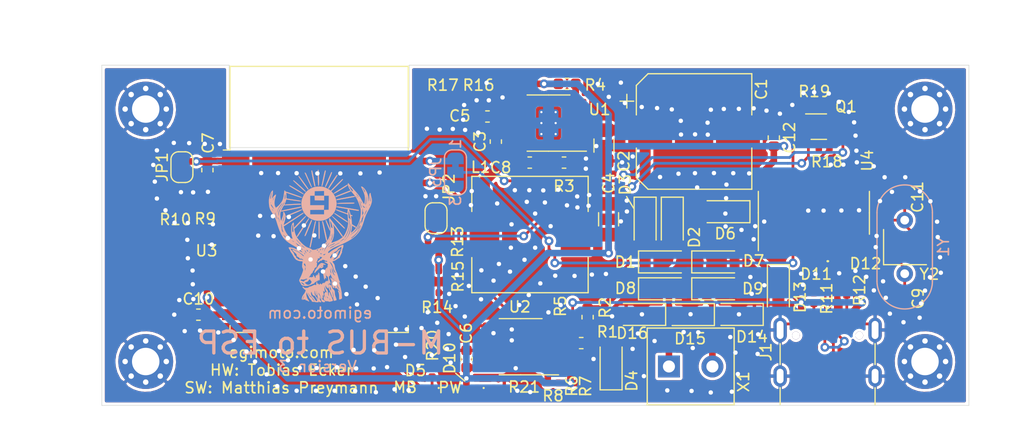
<source format=kicad_pcb>
(kicad_pcb (version 20171130) (host pcbnew 5.1.5+dfsg1-2build2)
  (layers (0 F.Cu signal) (31 B.Cu signal) (34 B.Paste user) (35 F.Paste user) (36 B.SilkS user) (37 F.SilkS user) (38 B.Mask user) (39 F.Mask user) (44 Edge.Cuts user))
  (net 0 "")
  (net 1 +3V3)
  (net 2 GND)
  (net 3 M-Bus_Data_out)
  (net 4 "Net-(C1-Pad1)")
  (net 5 "Net-(C3-Pad2)")
  (net 6 "Net-(C3-Pad1)")
  (net 7 VBUS)
  (net 8 "Net-(D4-Pad2)")
  (net 9 "Net-(C8-Pad1)")
  (net 10 "Net-(D6-Pad1)")
  (net 11 "Net-(C5-Pad2)")
  (net 12 "Net-(R4-Pad2)")
  (net 13 "Net-(R6-Pad2)")
  (net 14 "Net-(R9-Pad2)")
  (net 15 "Net-(J1-PadA5)")
  (net 16 "Net-(J1-PadB5)")
  (net 17 "Net-(R14-Pad2)")
  (net 18 "Net-(R15-Pad2)")
  (net 19 "Net-(R16-Pad2)")
  (net 20 "Net-(U2-Pad7)")
  (net 21 uC_TXD)
  (net 22 "Net-(U3-Pad20)")
  (net 23 "Net-(U3-Pad19)")
  (net 24 "Net-(U3-Pad14)")
  (net 25 "Net-(U3-Pad13)")
  (net 26 "Net-(U3-Pad12)")
  (net 27 "Net-(U3-Pad11)")
  (net 28 "Net-(U3-Pad10)")
  (net 29 "Net-(U3-Pad9)")
  (net 30 "Net-(U3-Pad7)")
  (net 31 "Net-(U3-Pad6)")
  (net 32 "Net-(U3-Pad5)")
  (net 33 "Net-(U3-Pad2)")
  (net 34 /RST)
  (net 35 "Net-(C9-Pad2)")
  (net 36 "Net-(C11-Pad2)")
  (net 37 /FLASH)
  (net 38 "Net-(Q1-Pad4)")
  (net 39 "Net-(Q1-Pad2)")
  (net 40 "Net-(Q1-Pad5)")
  (net 41 "Net-(Q1-Pad1)")
  (net 42 "Net-(D5-Pad1)")
  (net 43 "Net-(D5-Pad2)")
  (net 44 "Net-(U4-Pad15)")
  (net 45 "Net-(U4-Pad12)")
  (net 46 "Net-(U4-Pad11)")
  (net 47 "Net-(U4-Pad10)")
  (net 48 "Net-(U4-Pad9)")
  (net 49 "Net-(D10-Pad1)")
  (net 50 VDC)
  (net 51 "Net-(J1-PadA8)")
  (net 52 "Net-(J1-PadB8)")
  (net 53 /D+)
  (net 54 /D-)
  (net 55 TXD)
  (net 56 /~MBUS)
  (net 57 /MBUS)
  (module Diode_SMD:D_0402_1005Metric (layer F.Cu) (at 155.205 68.86)
    (fp_text reference D12 (at 2.375 0.22) (layer F.SilkS))
    (fp_text value AU0561M1S)
    (pad 2 smd roundrect (at 0.485 0) (size 0.59 0.64) (layers F.Cu F.Paste F.Mask) (net 2 GND))
    (pad 1 smd roundrect (at -0.485 0) (size 0.59 0.64) (layers F.Cu F.Paste F.Mask) (net 54 /D-))
  )
  (module Diode_SMD:D_0402_1005Metric (layer F.Cu) (at 153.085 68.86 180)
    (fp_text reference D11 (at 0 -1.17) (layer F.SilkS))
    (fp_text value AU0561M1S)
    (pad 2 smd roundrect (at 0.485 0 180) (size 0.59 0.64) (layers F.Cu F.Paste F.Mask) (net 2 GND))
    (pad 1 smd roundrect (at -0.485 0 180) (size 0.59 0.64) (layers F.Cu F.Paste F.Mask) (net 53 /D+))
  )
  (module Diode_SMD:D_SOD-123F (layer F.Cu) (at 137.17 73.71 180)
    (fp_text reference D16 (at 0.84 -1.71) (layer F.SilkS))
    (fp_text value SMF40CA)
    (pad 2 smd rect (at 1.4 0 180) (size 1.1 1.1) (layers F.Cu F.Paste F.Mask) (net 2 GND))
    (pad 1 smd rect (at -1.4 0 180) (size 1.1 1.1) (layers F.Cu F.Paste F.Mask) (net 56 /~MBUS))
  )
  (module Diode_SMD:D_SOD-123F (layer F.Cu) (at 141.61 73.72 180)
    (fp_text reference D15 (at 0.01 -2.2) (layer F.SilkS))
    (fp_text value SMF40CA)
    (pad 2 smd rect (at 1.4 0 180) (size 1.1 1.1) (layers F.Cu F.Paste F.Mask) (net 56 /~MBUS))
    (pad 1 smd rect (at -1.4 0 180) (size 1.1 1.1) (layers F.Cu F.Paste F.Mask) (net 57 /MBUS))
  )
  (module Diode_SMD:D_SOD-123F (layer F.Cu) (at 146.06 73.71 180)
    (fp_text reference D14 (at -1.17 -2.04) (layer F.SilkS))
    (fp_text value SMF40CA)
    (pad 2 smd rect (at 1.4 0 180) (size 1.1 1.1) (layers F.Cu F.Paste F.Mask) (net 57 /MBUS))
    (pad 1 smd rect (at -1.4 0 180) (size 1.1 1.1) (layers F.Cu F.Paste F.Mask) (net 2 GND))
  )
  (module Diode_SMD:D_SOD-123F (layer F.Cu) (at 149.64 71.37 270)
    (fp_text reference D13 (at 0.76 -1.98 90) (layer F.SilkS))
    (fp_text value SMF40CA)
    (pad 2 smd rect (at 1.4 0 270) (size 1.1 1.1) (layers F.Cu F.Paste F.Mask) (net 2 GND))
    (pad 1 smd rect (at -1.4 0 270) (size 1.1 1.1) (layers F.Cu F.Paste F.Mask) (net 7 VBUS))
  )
  (module Jumper:SolderJumper-3_P1.3mm_Bridged12_RoundedPad1.0x1.5mm_NumberLabels (layer B.Cu) (at 120.22 60.77 270)
    (fp_text reference JP3 (at 0 1.8 90) (layer B.SilkS) (effects (justify mirror)))
    (fp_text value "Debug M-Bus via UART to USB")
    (fp_poly (pts (xy -0.9 0.3) (xy -0.4 0.3) (xy -0.4 -0.3) (xy -0.9 -0.3)) (layer B.Cu) (width 0))
    (fp_text user 1 (at -2.6 0 90) (layer B.SilkS) (effects (justify mirror)))
    (fp_text user 3 (at 2.6 0 90) (layer B.SilkS) (effects (justify mirror)))
    (pad 1 smd custom (at -1.3 0 270) (size 1 0.5) (layers B.Cu B.Mask) (net 21 uC_TXD) (options (clearance outline) (anchor rect)) (primitives (gr_poly (pts (xy 0.55 0.75) (xy 0 0.75) (xy 0 -0.75) (xy 0.55 -0.75)) (width 0)) (gr_circle (center 0 -0.25) (end 0.5 -0.25) (width 0)) (gr_circle (center 0 0.25) (end 0.5 0.25) (width 0))))
    (pad 2 smd rect (at 0 0 270) (size 1 1.5) (layers B.Cu B.Mask) (net 55 TXD))
    (pad 3 smd custom (at 1.3 0 270) (size 1 0.5) (layers B.Cu B.Mask) (net 3 M-Bus_Data_out) (options (clearance outline) (anchor rect)) (primitives (gr_circle (center 0 -0.25) (end 0.5 -0.25) (width 0)) (gr_circle (center 0 0.25) (end 0.5 0.25) (width 0)) (gr_poly (pts (xy -0.55 0.75) (xy 0 0.75) (xy 0 -0.75) (xy -0.55 -0.75)) (width 0))))
  )
  (module Jumper:SolderJumper-2_P1.3mm_Open_RoundedPad1.0x1.5mm (layer F.Cu) (at 118.45 64.94 90)
    (fp_text reference JP2 (at 2.73 1.18 90) (layer F.SilkS))
    (fp_text value Flash)
    (pad 2 smd custom (at 0.65 0 90) (size 1 0.5) (layers F.Cu F.Mask) (net 2 GND) (options (clearance outline) (anchor rect)) (primitives (gr_circle (center 0 0.25) (end 0.5 0.25) (width 0)) (gr_circle (center 0 -0.25) (end 0.5 -0.25) (width 0)) (gr_poly (pts (xy 0 -0.75) (xy -0.5 -0.75) (xy -0.5 0.75) (xy 0 0.75)) (width 0))))
    (pad 1 smd custom (at -0.65 0 90) (size 1 0.5) (layers F.Cu F.Mask) (net 37 /FLASH) (options (clearance outline) (anchor rect)) (primitives (gr_circle (center 0 0.25) (end 0.5 0.25) (width 0)) (gr_circle (center 0 -0.25) (end 0.5 -0.25) (width 0)) (gr_poly (pts (xy 0 -0.75) (xy 0.5 -0.75) (xy 0.5 0.75) (xy 0 0.75)) (width 0))))
  )
  (module Jumper:SolderJumper-2_P1.3mm_Open_RoundedPad1.0x1.5mm (layer F.Cu) (at 95.3 60.29 90)
    (fp_text reference JP1 (at 0 -1.8 90) (layer F.SilkS))
    (fp_text value Reset)
    (pad 2 smd custom (at 0.65 0 90) (size 1 0.5) (layers F.Cu F.Mask) (net 34 /RST) (options (clearance outline) (anchor rect)) (primitives (gr_circle (center 0 0.25) (end 0.5 0.25) (width 0)) (gr_circle (center 0 -0.25) (end 0.5 -0.25) (width 0)) (gr_poly (pts (xy 0 -0.75) (xy -0.5 -0.75) (xy -0.5 0.75) (xy 0 0.75)) (width 0))))
    (pad 1 smd custom (at -0.65 0 90) (size 1 0.5) (layers F.Cu F.Mask) (net 2 GND) (options (clearance outline) (anchor rect)) (primitives (gr_circle (center 0 0.25) (end 0.5 0.25) (width 0)) (gr_circle (center 0 -0.25) (end 0.5 -0.25) (width 0)) (gr_poly (pts (xy 0 -0.75) (xy 0.5 -0.75) (xy 0.5 0.75) (xy 0 0.75)) (width 0))))
  )
  (module Inductor_SMD:L_10.4x10.4_H4.8 (layer F.Cu) (at 127.01 66.43)
    (fp_text reference L1 (at -4.5 -6.14) (layer F.SilkS))
    (fp_text value CMLO1040H220MTT)
    (pad 2 smd rect (at 4.15 0) (size 2.7 3.6) (layers F.Cu F.Paste F.Mask) (net 1 +3V3))
    (pad 1 smd rect (at -4.15 0) (size 2.7 3.6) (layers F.Cu F.Paste F.Mask) (net 5 "Net-(C3-Pad2)"))
  )
  (module Capacitor_SMD:CP_Elec_10x10 (layer F.Cu) (at 141.96 57.04)
    (fp_text reference C1 (at 6.13 -3.85 90) (layer F.SilkS))
    (fp_text value "100uF 80V")
    (pad 2 smd roundrect (at 4 0) (size 4 2.5) (layers F.Cu F.Paste F.Mask) (roundrect_rratio 0.1) (net 2 GND))
    (pad 1 smd roundrect (at -4 0) (size 4 2.5) (layers F.Cu F.Paste F.Mask) (roundrect_rratio 0.1) (net 4 "Net-(C1-Pad1)"))
  )
  (module ESP:WJ350V-3.96-2P-14-00A (layer F.Cu) (at 139.67 78.45)
    (fp_text reference X1 (at 6.8 1.39 90) (layer F.SilkS))
    (fp_text value WJ350V-3.96-2P-14-00A)
    (pad 2 thru_hole circle (at 3.96 0) (size 2 2) (drill 1.1) (layers *.Cu *.Mask) (net 57 /MBUS))
    (pad 1 thru_hole rect (at 0 0) (size 2 2) (drill 1.1) (layers *.Cu *.Mask) (net 56 /~MBUS))
  )
  (module Connector_USB:USB-TYPE-C-019 (layer F.Cu) (at 154.125 74.575)
    (fp_text reference J1 (at -5.625 2.555 90) (layer F.SilkS))
    (fp_text value USB_C_USB-TYPE-C-019)
    (pad G4 thru_hole oval (at 4.325 4.75) (size 1.22 1.93) (drill oval 0.62 1.33) (layers *.Cu *.Mask F.Paste) (net 2 GND))
    (pad 2 thru_hole circle (at 2.89 1.05) (size 0.7 0.7) (drill 0.7) (layers *.Cu *.Mask))
    (pad G2 thru_hole oval (at 4.325 0.55) (size 1.22 2.25) (drill oval 0.62 1.65) (layers *.Cu *.Mask F.Paste) (net 2 GND))
    (pad G3 thru_hole oval (at -4.325 4.75) (size 1.22 1.93) (drill oval 0.62 1.33) (layers *.Cu *.Mask F.Paste) (net 2 GND))
    (pad 1 thru_hole circle (at -2.89 1.05) (size 0.7 0.7) (drill 0.7) (layers *.Cu *.Mask))
    (pad G1 thru_hole oval (at -4.325 0.55) (size 1.22 2.25) (drill oval 0.62 1.65) (layers *.Cu *.Mask F.Paste) (net 2 GND))
    (pad A12 smd roundrect (at 3.325 0) (size 0.25 1.1) (layers F.Cu F.Paste F.Mask) (net 2 GND))
    (pad B1 smd roundrect (at 3.075 0) (size 0.25 1.1) (drill (offset 0 -0.1)) (layers F.Cu F.Paste F.Mask) (net 2 GND))
    (pad A1 smd roundrect (at -3.325 0) (size 0.25 1.1) (layers F.Cu F.Paste F.Mask) (net 2 GND))
    (pad B12 smd roundrect (at -3.075 0) (size 0.25 1.1) (drill (offset 0 -0.1)) (layers F.Cu F.Paste F.Mask) (net 2 GND))
    (pad A4 smd roundrect (at -2.525 0) (size 0.25 1.1) (drill (offset 0 -0.1)) (layers F.Cu F.Paste F.Mask) (net 7 VBUS))
    (pad A9 smd roundrect (at 2.525 0) (size 0.25 1.1) (drill (offset 0 -0.1)) (layers F.Cu F.Paste F.Mask) (net 7 VBUS))
    (pad B9 smd roundrect (at -2.275 0) (size 0.25 1.1) (layers F.Cu F.Paste F.Mask) (net 7 VBUS))
    (pad B4 smd roundrect (at 2.275 0) (size 0.25 1.1) (layers F.Cu F.Paste F.Mask) (net 7 VBUS))
    (pad B6 smd roundrect (at 0.75 0) (size 0.25 1.1) (layers F.Cu F.Paste F.Mask) (net 53 /D+))
    (pad A8 smd roundrect (at 1.25 0) (size 0.25 1.1) (layers F.Cu F.Paste F.Mask) (net 51 "Net-(J1-PadA8)"))
    (pad B5 smd roundrect (at 1.75 0) (size 0.25 1.1) (layers F.Cu F.Paste F.Mask) (net 16 "Net-(J1-PadB5)"))
    (pad B8 smd roundrect (at -1.75 0) (size 0.25 1.1) (layers F.Cu F.Paste F.Mask) (net 52 "Net-(J1-PadB8)"))
    (pad A5 smd roundrect (at -1.25 0) (size 0.25 1.1) (layers F.Cu F.Paste F.Mask) (net 15 "Net-(J1-PadA5)"))
    (pad B7 smd roundrect (at -0.75 0) (size 0.25 1.1) (layers F.Cu F.Paste F.Mask) (net 54 /D-))
    (pad A7 smd roundrect (at 0.25 0) (size 0.25 1.1) (layers F.Cu F.Paste F.Mask) (net 54 /D-))
    (pad A6 smd roundrect (at -0.25 0) (size 0.25 1.1) (layers F.Cu F.Paste F.Mask) (net 53 /D+))
  )
  (module Crystal:Crystal_HC49-U_Vertical (layer B.Cu) (at 161.15 70 90)
    (fp_text reference Y1 (at 2.44 3.525 270) (layer B.SilkS) (effects (justify mirror)))
    (fp_text value "12MHz THT")
    (pad 2 thru_hole circle (at 4.88 0 90) (size 1.5 1.5) (drill 0.8) (layers *.Cu *.Mask) (net 36 "Net-(C11-Pad2)"))
    (pad 1 thru_hole circle (at 0 0 90) (size 1.5 1.5) (drill 0.8) (layers *.Cu *.Mask) (net 35 "Net-(C9-Pad2)"))
  )
  (module Package_SO:SOIC-8-1EP_3.9x4.9mm_P1.27mm_EP2.29x3mm_ThermalVias (layer F.Cu) (at 128.7 56.275 180)
    (fp_text reference U1 (at -4.65 1.235 180) (layer F.SilkS))
    (fp_text value LMR36510FA)
    (pad 8 smd roundrect (at 2.475 -1.905 180) (size 1.95 0.6) (layers F.Cu F.Paste F.Mask) (net 5 "Net-(C3-Pad2)"))
    (pad 7 smd roundrect (at 2.475 -0.635 180) (size 1.95 0.6) (layers F.Cu F.Paste F.Mask) (net 6 "Net-(C3-Pad1)"))
    (pad 6 smd roundrect (at 2.475 0.635 180) (size 1.95 0.6) (layers F.Cu F.Paste F.Mask) (net 11 "Net-(C5-Pad2)"))
    (pad 5 smd roundrect (at 2.475 1.905 180) (size 1.95 0.6) (layers F.Cu F.Paste F.Mask) (net 19 "Net-(R16-Pad2)"))
    (pad 4 smd roundrect (at -2.475 1.905 180) (size 1.95 0.6) (layers F.Cu F.Paste F.Mask) (net 12 "Net-(R4-Pad2)"))
    (pad 3 smd roundrect (at -2.475 0.635 180) (size 1.95 0.6) (layers F.Cu F.Paste F.Mask) (net 4 "Net-(C1-Pad1)"))
    (pad 2 smd roundrect (at -2.475 -0.635 180) (size 1.95 0.6) (layers F.Cu F.Paste F.Mask) (net 4 "Net-(C1-Pad1)"))
    (pad 1 smd roundrect (at -2.475 -1.905 180) (size 1.95 0.6) (layers F.Cu F.Paste F.Mask) (net 2 GND))
    (pad 9 smd roundrect (at 0 0 180) (size 1.8 2.5) (layers B.Cu) (roundrect_rratio 0.138889) (net 2 GND))
    (pad 9 thru_hole circle (at 0.65 1 180) (size 0.5 0.5) (drill 0.2) (layers *.Cu) (net 2 GND))
    (pad 9 thru_hole circle (at -0.65 1 180) (size 0.5 0.5) (drill 0.2) (layers *.Cu) (net 2 GND))
    (pad 9 thru_hole circle (at 0.65 0 180) (size 0.5 0.5) (drill 0.2) (layers *.Cu) (net 2 GND))
    (pad 9 thru_hole circle (at -0.65 0 180) (size 0.5 0.5) (drill 0.2) (layers *.Cu) (net 2 GND))
    (pad 9 thru_hole circle (at 0.65 -1 180) (size 0.5 0.5) (drill 0.2) (layers *.Cu) (net 2 GND))
    (pad 9 thru_hole circle (at -0.65 -1 180) (size 0.5 0.5) (drill 0.2) (layers *.Cu) (net 2 GND))
    (pad 9 smd roundrect (at 0 0 180) (size 2.29 3) (layers F.Cu F.Mask) (roundrect_rratio 0.10917) (net 2 GND))
  )
  (module MountingHole:MountingHole_2.5mm_Pad_Via (layer F.Cu) (at 163 78)
    (fp_text reference H4 hide)
    (fp_text value M2.5)
    (pad 1 thru_hole circle (at 1.325825 -1.325825) (size 0.8 0.8) (drill 0.5) (layers *.Cu *.Mask) (net 2 GND))
    (pad 1 thru_hole circle (at 0 -1.875) (size 0.8 0.8) (drill 0.5) (layers *.Cu *.Mask) (net 2 GND))
    (pad 1 thru_hole circle (at -1.325825 -1.325825) (size 0.8 0.8) (drill 0.5) (layers *.Cu *.Mask) (net 2 GND))
    (pad 1 thru_hole circle (at -1.875 0) (size 0.8 0.8) (drill 0.5) (layers *.Cu *.Mask) (net 2 GND))
    (pad 1 thru_hole circle (at -1.325825 1.325825) (size 0.8 0.8) (drill 0.5) (layers *.Cu *.Mask) (net 2 GND))
    (pad 1 thru_hole circle (at 0 1.875) (size 0.8 0.8) (drill 0.5) (layers *.Cu *.Mask) (net 2 GND))
    (pad 1 thru_hole circle (at 1.325825 1.325825) (size 0.8 0.8) (drill 0.5) (layers *.Cu *.Mask) (net 2 GND))
    (pad 1 thru_hole circle (at 1.875 0) (size 0.8 0.8) (drill 0.5) (layers *.Cu *.Mask) (net 2 GND))
    (pad 1 thru_hole circle (at 0 0) (size 5 5) (drill 2.5) (layers *.Cu *.Mask) (net 2 GND))
  )
  (module MountingHole:MountingHole_2.5mm_Pad_Via (layer F.Cu) (at 163 55)
    (fp_text reference H3 hide)
    (fp_text value M2.5)
    (pad 1 thru_hole circle (at 1.325825 -1.325825) (size 0.8 0.8) (drill 0.5) (layers *.Cu *.Mask) (net 2 GND))
    (pad 1 thru_hole circle (at 0 -1.875) (size 0.8 0.8) (drill 0.5) (layers *.Cu *.Mask) (net 2 GND))
    (pad 1 thru_hole circle (at -1.325825 -1.325825) (size 0.8 0.8) (drill 0.5) (layers *.Cu *.Mask) (net 2 GND))
    (pad 1 thru_hole circle (at -1.875 0) (size 0.8 0.8) (drill 0.5) (layers *.Cu *.Mask) (net 2 GND))
    (pad 1 thru_hole circle (at -1.325825 1.325825) (size 0.8 0.8) (drill 0.5) (layers *.Cu *.Mask) (net 2 GND))
    (pad 1 thru_hole circle (at 0 1.875) (size 0.8 0.8) (drill 0.5) (layers *.Cu *.Mask) (net 2 GND))
    (pad 1 thru_hole circle (at 1.325825 1.325825) (size 0.8 0.8) (drill 0.5) (layers *.Cu *.Mask) (net 2 GND))
    (pad 1 thru_hole circle (at 1.875 0) (size 0.8 0.8) (drill 0.5) (layers *.Cu *.Mask) (net 2 GND))
    (pad 1 thru_hole circle (at 0 0) (size 5 5) (drill 2.5) (layers *.Cu *.Mask) (net 2 GND))
  )
  (module MountingHole:MountingHole_2.5mm_Pad_Via (layer F.Cu) (at 92 78)
    (fp_text reference H2 hide)
    (fp_text value M2.5)
    (pad 1 thru_hole circle (at 1.325825 -1.325825) (size 0.8 0.8) (drill 0.5) (layers *.Cu *.Mask) (net 2 GND))
    (pad 1 thru_hole circle (at 0 -1.875) (size 0.8 0.8) (drill 0.5) (layers *.Cu *.Mask) (net 2 GND))
    (pad 1 thru_hole circle (at -1.325825 -1.325825) (size 0.8 0.8) (drill 0.5) (layers *.Cu *.Mask) (net 2 GND))
    (pad 1 thru_hole circle (at -1.875 0) (size 0.8 0.8) (drill 0.5) (layers *.Cu *.Mask) (net 2 GND))
    (pad 1 thru_hole circle (at -1.325825 1.325825) (size 0.8 0.8) (drill 0.5) (layers *.Cu *.Mask) (net 2 GND))
    (pad 1 thru_hole circle (at 0 1.875) (size 0.8 0.8) (drill 0.5) (layers *.Cu *.Mask) (net 2 GND))
    (pad 1 thru_hole circle (at 1.325825 1.325825) (size 0.8 0.8) (drill 0.5) (layers *.Cu *.Mask) (net 2 GND))
    (pad 1 thru_hole circle (at 1.875 0) (size 0.8 0.8) (drill 0.5) (layers *.Cu *.Mask) (net 2 GND))
    (pad 1 thru_hole circle (at 0 0) (size 5 5) (drill 2.5) (layers *.Cu *.Mask) (net 2 GND))
  )
  (module MountingHole:MountingHole_2.5mm_Pad_Via (layer F.Cu) (at 92 55)
    (fp_text reference H1 hide)
    (fp_text value M2.5)
    (pad 1 thru_hole circle (at 1.325825 -1.325825) (size 0.8 0.8) (drill 0.5) (layers *.Cu *.Mask) (net 2 GND))
    (pad 1 thru_hole circle (at 0 -1.875) (size 0.8 0.8) (drill 0.5) (layers *.Cu *.Mask) (net 2 GND))
    (pad 1 thru_hole circle (at -1.325825 -1.325825) (size 0.8 0.8) (drill 0.5) (layers *.Cu *.Mask) (net 2 GND))
    (pad 1 thru_hole circle (at -1.875 0) (size 0.8 0.8) (drill 0.5) (layers *.Cu *.Mask) (net 2 GND))
    (pad 1 thru_hole circle (at -1.325825 1.325825) (size 0.8 0.8) (drill 0.5) (layers *.Cu *.Mask) (net 2 GND))
    (pad 1 thru_hole circle (at 0 1.875) (size 0.8 0.8) (drill 0.5) (layers *.Cu *.Mask) (net 2 GND))
    (pad 1 thru_hole circle (at 1.325825 1.325825) (size 0.8 0.8) (drill 0.5) (layers *.Cu *.Mask) (net 2 GND))
    (pad 1 thru_hole circle (at 1.875 0) (size 0.8 0.8) (drill 0.5) (layers *.Cu *.Mask) (net 2 GND))
    (pad 1 thru_hole circle (at 0 0) (size 5 5) (drill 2.5) (layers *.Cu *.Mask) (net 2 GND))
  )
  (module Grafics:egimoto_hirsch (layer B.Cu) (at 107.92 66.55 180)
    (fp_text reference G*** hide)
    (fp_text value LOGO hide)
  )
  (module Crystal:Crystal_SMD_EuroQuartz_MT-4Pin_3.2x2.5mm (layer F.Cu) (at 161.175 67.575)
    (fp_text reference Y2 (at 2.225 2.465) (layer F.SilkS))
    (fp_text value HY12MSMD3225OB1R30)
    (pad 4 smd rect (at -1.1 -0.9) (size 1.3 1) (layers F.Cu F.Paste F.Mask) (net 2 GND))
    (pad 3 smd rect (at 1.1 -0.9) (size 1.3 1) (layers F.Cu F.Paste F.Mask) (net 36 "Net-(C11-Pad2)"))
    (pad 2 smd rect (at 1.1 0.9) (size 1.3 1) (layers F.Cu F.Paste F.Mask) (net 2 GND))
    (pad 1 smd rect (at -1.1 0.9) (size 1.3 1) (layers F.Cu F.Paste F.Mask) (net 35 "Net-(C9-Pad2)"))
  )
  (module Package_SO:SOIC-16_3.9x9.9mm_P1.27mm (layer F.Cu) (at 152.875 64.45 90)
    (fp_text reference U4 (at 4.76 4.885 90) (layer F.SilkS))
    (fp_text value CH340C)
    (pad 16 smd roundrect (at 2.475 -4.445 90) (size 1.95 0.6) (layers F.Cu F.Paste F.Mask) (net 1 +3V3))
    (pad 15 smd roundrect (at 2.475 -3.175 90) (size 1.95 0.6) (layers F.Cu F.Paste F.Mask) (net 44 "Net-(U4-Pad15)"))
    (pad 14 smd roundrect (at 2.475 -1.905 90) (size 1.95 0.6) (layers F.Cu F.Paste F.Mask) (net 41 "Net-(Q1-Pad1)"))
    (pad 13 smd roundrect (at 2.475 -0.635 90) (size 1.95 0.6) (layers F.Cu F.Paste F.Mask) (net 38 "Net-(Q1-Pad4)"))
    (pad 12 smd roundrect (at 2.475 0.635 90) (size 1.95 0.6) (layers F.Cu F.Paste F.Mask) (net 45 "Net-(U4-Pad12)"))
    (pad 11 smd roundrect (at 2.475 1.905 90) (size 1.95 0.6) (layers F.Cu F.Paste F.Mask) (net 46 "Net-(U4-Pad11)"))
    (pad 10 smd roundrect (at 2.475 3.175 90) (size 1.95 0.6) (layers F.Cu F.Paste F.Mask) (net 47 "Net-(U4-Pad10)"))
    (pad 9 smd roundrect (at 2.475 4.445 90) (size 1.95 0.6) (layers F.Cu F.Paste F.Mask) (net 48 "Net-(U4-Pad9)"))
    (pad 8 smd roundrect (at -2.475 4.445 90) (size 1.95 0.6) (layers F.Cu F.Paste F.Mask) (net 36 "Net-(C11-Pad2)"))
    (pad 7 smd roundrect (at -2.475 3.175 90) (size 1.95 0.6) (layers F.Cu F.Paste F.Mask) (net 35 "Net-(C9-Pad2)"))
    (pad 6 smd roundrect (at -2.475 1.905 90) (size 1.95 0.6) (layers F.Cu F.Paste F.Mask) (net 54 /D-))
    (pad 5 smd roundrect (at -2.475 0.635 90) (size 1.95 0.6) (layers F.Cu F.Paste F.Mask) (net 53 /D+))
    (pad 4 smd roundrect (at -2.475 -0.635 90) (size 1.95 0.6) (layers F.Cu F.Paste F.Mask) (net 1 +3V3))
    (pad 3 smd roundrect (at -2.475 -1.905 90) (size 1.95 0.6) (layers F.Cu F.Paste F.Mask) (net 55 TXD))
    (pad 2 smd roundrect (at -2.475 -3.175 90) (size 1.95 0.6) (layers F.Cu F.Paste F.Mask) (net 10 "Net-(D6-Pad1)"))
    (pad 1 smd roundrect (at -2.475 -4.445 90) (size 1.95 0.6) (layers F.Cu F.Paste F.Mask) (net 2 GND))
  )
  (module RF_Module:ESP-12E (layer F.Cu) (at 107.8 63.23)
    (fp_text reference U3 (at -10.26 4.68) (layer F.SilkS))
    (fp_text value ESP-12F)
    (pad 22 smd rect (at 7.6 -3.5) (size 2.5 1) (layers F.Cu F.Paste F.Mask) (net 21 uC_TXD))
    (pad 21 smd rect (at 7.6 -1.5) (size 2.5 1) (layers F.Cu F.Paste F.Mask) (net 3 M-Bus_Data_out))
    (pad 20 smd rect (at 7.6 0.5) (size 2.5 1) (layers F.Cu F.Paste F.Mask) (net 22 "Net-(U3-Pad20)"))
    (pad 19 smd rect (at 7.6 2.5) (size 2.5 1) (layers F.Cu F.Paste F.Mask) (net 23 "Net-(U3-Pad19)"))
    (pad 18 smd rect (at 7.6 4.5) (size 2.5 1) (layers F.Cu F.Paste F.Mask) (net 37 /FLASH))
    (pad 17 smd rect (at 7.6 6.5) (size 2.5 1) (layers F.Cu F.Paste F.Mask) (net 18 "Net-(R15-Pad2)"))
    (pad 16 smd rect (at 7.6 8.5) (size 2.5 1) (layers F.Cu F.Paste F.Mask) (net 17 "Net-(R14-Pad2)"))
    (pad 15 smd rect (at 7.6 10.5) (size 2.5 1) (layers F.Cu F.Paste F.Mask) (net 2 GND))
    (pad 14 smd rect (at 5 12) (size 1 1.8) (layers F.Cu F.Paste F.Mask) (net 24 "Net-(U3-Pad14)"))
    (pad 13 smd rect (at 3 12) (size 1 1.8) (layers F.Cu F.Paste F.Mask) (net 25 "Net-(U3-Pad13)"))
    (pad 12 smd rect (at 1 12) (size 1 1.8) (layers F.Cu F.Paste F.Mask) (net 26 "Net-(U3-Pad12)"))
    (pad 11 smd rect (at -1 12) (size 1 1.8) (layers F.Cu F.Paste F.Mask) (net 27 "Net-(U3-Pad11)"))
    (pad 10 smd rect (at -3 12) (size 1 1.8) (layers F.Cu F.Paste F.Mask) (net 28 "Net-(U3-Pad10)"))
    (pad 9 smd rect (at -5 12) (size 1 1.8) (layers F.Cu F.Paste F.Mask) (net 29 "Net-(U3-Pad9)"))
    (pad 8 smd rect (at -7.6 10.5) (size 2.5 1) (layers F.Cu F.Paste F.Mask) (net 1 +3V3))
    (pad 7 smd rect (at -7.6 8.5) (size 2.5 1) (layers F.Cu F.Paste F.Mask) (net 30 "Net-(U3-Pad7)"))
    (pad 6 smd rect (at -7.6 6.5) (size 2.5 1) (layers F.Cu F.Paste F.Mask) (net 31 "Net-(U3-Pad6)"))
    (pad 5 smd rect (at -7.6 4.5) (size 2.5 1) (layers F.Cu F.Paste F.Mask) (net 32 "Net-(U3-Pad5)"))
    (pad 4 smd rect (at -7.6 2.5) (size 2.5 1) (layers F.Cu F.Paste F.Mask) (net 43 "Net-(D5-Pad2)"))
    (pad 3 smd rect (at -7.6 0.5) (size 2.5 1) (layers F.Cu F.Paste F.Mask) (net 14 "Net-(R9-Pad2)"))
    (pad 2 smd rect (at -7.6 -1.5) (size 2.5 1) (layers F.Cu F.Paste F.Mask) (net 33 "Net-(U3-Pad2)"))
    (pad 1 smd rect (at -7.6 -3.5) (size 2.5 1) (layers F.Cu F.Paste F.Mask) (net 34 /RST))
  )
  (module Package_SO:SOIC-8_3.9x4.9mm_P1.27mm (layer F.Cu) (at 126.16 76.65 180)
    (fp_text reference U2 (at 0.08 3.63) (layer F.SilkS))
    (fp_text value LM393)
    (pad 8 smd roundrect (at 2.475 -1.905 180) (size 1.95 0.6) (layers F.Cu F.Paste F.Mask) (net 1 +3V3))
    (pad 7 smd roundrect (at 2.475 -0.635 180) (size 1.95 0.6) (layers F.Cu F.Paste F.Mask) (net 20 "Net-(U2-Pad7)"))
    (pad 6 smd roundrect (at 2.475 0.635 180) (size 1.95 0.6) (layers F.Cu F.Paste F.Mask) (net 2 GND))
    (pad 5 smd roundrect (at 2.475 1.905 180) (size 1.95 0.6) (layers F.Cu F.Paste F.Mask) (net 2 GND))
    (pad 4 smd roundrect (at -2.475 1.905 180) (size 1.95 0.6) (layers F.Cu F.Paste F.Mask) (net 2 GND))
    (pad 3 smd roundrect (at -2.475 0.635 180) (size 1.95 0.6) (layers F.Cu F.Paste F.Mask) (net 8 "Net-(D4-Pad2)"))
    (pad 2 smd roundrect (at -2.475 -0.635 180) (size 1.95 0.6) (layers F.Cu F.Paste F.Mask) (net 13 "Net-(R6-Pad2)"))
    (pad 1 smd roundrect (at -2.475 -1.905 180) (size 1.95 0.6) (layers F.Cu F.Paste F.Mask) (net 3 M-Bus_Data_out))
  )
  (module Resistor_SMD:R_0402_1005Metric (layer F.Cu) (at 124.185 80.41 180)
    (fp_text reference R21 (at -2.295 0.09) (layer F.SilkS))
    (fp_text value 470R)
    (pad 2 smd roundrect (at 0.485 0 180) (size 0.59 0.64) (layers F.Cu F.Paste F.Mask) (net 49 "Net-(D10-Pad1)"))
    (pad 1 smd roundrect (at -0.485 0 180) (size 0.59 0.64) (layers F.Cu F.Paste F.Mask) (net 2 GND))
  )
  (module Resistor_SMD:R_0402_1005Metric (layer F.Cu) (at 118.09 78.885 270)
    (fp_text reference R20 (at -2.345 -0.05 90) (layer F.SilkS))
    (fp_text value 470R)
    (pad 2 smd roundrect (at 0.485 0 270) (size 0.59 0.64) (layers F.Cu F.Paste F.Mask) (net 42 "Net-(D5-Pad1)"))
    (pad 1 smd roundrect (at -0.485 0 270) (size 0.59 0.64) (layers F.Cu F.Paste F.Mask) (net 2 GND))
  )
  (module Resistor_SMD:R_0402_1005Metric (layer F.Cu) (at 152.85 54.675 180)
    (fp_text reference R19 (at -0.06 1.275) (layer F.SilkS))
    (fp_text value 10k)
    (pad 2 smd roundrect (at 0.485 0 180) (size 0.59 0.64) (layers F.Cu F.Paste F.Mask) (net 41 "Net-(Q1-Pad1)"))
    (pad 1 smd roundrect (at -0.485 0 180) (size 0.59 0.64) (layers F.Cu F.Paste F.Mask) (net 40 "Net-(Q1-Pad5)"))
  )
  (module Resistor_SMD:R_0402_1005Metric (layer F.Cu) (at 153.81 58.575)
    (fp_text reference R18 (at 0.25 1.225) (layer F.SilkS))
    (fp_text value 10k)
    (pad 2 smd roundrect (at 0.485 0) (size 0.59 0.64) (layers F.Cu F.Paste F.Mask) (net 38 "Net-(Q1-Pad4)"))
    (pad 1 smd roundrect (at -0.485 0) (size 0.59 0.64) (layers F.Cu F.Paste F.Mask) (net 39 "Net-(Q1-Pad2)"))
  )
  (module Resistor_SMD:R_0402_1005Metric (layer F.Cu) (at 124.675 52.7 180)
    (fp_text reference R17 (at 5.615 -0.12) (layer F.SilkS))
    (fp_text value 43k)
    (pad 2 smd roundrect (at 0.485 0 180) (size 0.59 0.64) (layers F.Cu F.Paste F.Mask) (net 2 GND))
    (pad 1 smd roundrect (at -0.485 0 180) (size 0.59 0.64) (layers F.Cu F.Paste F.Mask) (net 19 "Net-(R16-Pad2)"))
  )
  (module Resistor_SMD:R_0402_1005Metric (layer F.Cu) (at 126.725 52.7 180)
    (fp_text reference R16 (at 4.395 -0.12) (layer F.SilkS))
    (fp_text value 100k)
    (pad 2 smd roundrect (at 0.485 0 180) (size 0.59 0.64) (layers F.Cu F.Paste F.Mask) (net 19 "Net-(R16-Pad2)"))
    (pad 1 smd roundrect (at -0.485 0 180) (size 0.59 0.64) (layers F.Cu F.Paste F.Mask) (net 1 +3V3))
  )
  (module Resistor_SMD:R_0402_1005Metric (layer F.Cu) (at 118.225 69.73 180)
    (fp_text reference R15 (at -2.225 -0.53 90) (layer F.SilkS))
    (fp_text value 10k)
    (pad 2 smd roundrect (at 0.485 0 180) (size 0.59 0.64) (layers F.Cu F.Paste F.Mask) (net 18 "Net-(R15-Pad2)"))
    (pad 1 smd roundrect (at -0.485 0 180) (size 0.59 0.64) (layers F.Cu F.Paste F.Mask) (net 1 +3V3))
  )
  (module Resistor_SMD:R_0402_1005Metric (layer F.Cu) (at 118.21 71.73 180)
    (fp_text reference R14 (at -0.34 -1.33) (layer F.SilkS))
    (fp_text value 10k)
    (pad 2 smd roundrect (at 0.485 0 180) (size 0.59 0.64) (layers F.Cu F.Paste F.Mask) (net 17 "Net-(R14-Pad2)"))
    (pad 1 smd roundrect (at -0.485 0 180) (size 0.59 0.64) (layers F.Cu F.Paste F.Mask) (net 2 GND))
  )
  (module Resistor_SMD:R_0402_1005Metric (layer F.Cu) (at 118.205 67.73 180)
    (fp_text reference R13 (at -2.205 0.64 270) (layer F.SilkS))
    (fp_text value 10k)
    (pad 2 smd roundrect (at 0.485 0 180) (size 0.59 0.64) (layers F.Cu F.Paste F.Mask) (net 37 /FLASH))
    (pad 1 smd roundrect (at -0.485 0 180) (size 0.59 0.64) (layers F.Cu F.Paste F.Mask) (net 1 +3V3))
  )
  (module Resistor_SMD:R_0402_1005Metric (layer F.Cu) (at 155.87 71.495 270)
    (fp_text reference R12 (at 0 -1.17 90) (layer F.SilkS))
    (fp_text value 5.1k)
    (pad 2 smd roundrect (at 0.485 0 270) (size 0.59 0.64) (layers F.Cu F.Paste F.Mask) (net 16 "Net-(J1-PadB5)"))
    (pad 1 smd roundrect (at -0.485 0 270) (size 0.59 0.64) (layers F.Cu F.Paste F.Mask) (net 2 GND))
  )
  (module Resistor_SMD:R_0402_1005Metric (layer F.Cu) (at 152.875 72.265 270)
    (fp_text reference R11 (at 0 -1.17 90) (layer F.SilkS))
    (fp_text value 5.1k)
    (pad 2 smd roundrect (at 0.485 0 270) (size 0.59 0.64) (layers F.Cu F.Paste F.Mask) (net 15 "Net-(J1-PadA5)"))
    (pad 1 smd roundrect (at -0.485 0 270) (size 0.59 0.64) (layers F.Cu F.Paste F.Mask) (net 2 GND))
  )
  (module Resistor_SMD:R_0402_1005Metric (layer F.Cu) (at 95.455 63.74 180)
    (fp_text reference R10 (at 0.755 -1.32) (layer F.SilkS))
    (fp_text value 10k)
    (pad 2 smd roundrect (at 0.485 0 180) (size 0.59 0.64) (layers F.Cu F.Paste F.Mask) (net 34 /RST))
    (pad 1 smd roundrect (at -0.485 0 180) (size 0.59 0.64) (layers F.Cu F.Paste F.Mask) (net 1 +3V3))
  )
  (module Resistor_SMD:R_0402_1005Metric (layer F.Cu) (at 97.455 63.73)
    (fp_text reference R9 (at -0.035 1.26) (layer F.SilkS))
    (fp_text value 10k)
    (pad 2 smd roundrect (at 0.485 0) (size 0.59 0.64) (layers F.Cu F.Paste F.Mask) (net 14 "Net-(R9-Pad2)"))
    (pad 1 smd roundrect (at -0.485 0) (size 0.59 0.64) (layers F.Cu F.Paste F.Mask) (net 1 +3V3))
  )
  (module Resistor_SMD:R_0402_1005Metric (layer F.Cu) (at 129.115 79.95 180)
    (fp_text reference R8 (at 0 -1.17) (layer F.SilkS))
    (fp_text value 1.8k)
    (pad 2 smd roundrect (at 0.485 0 180) (size 0.59 0.64) (layers F.Cu F.Paste F.Mask) (net 3 M-Bus_Data_out))
    (pad 1 smd roundrect (at -0.485 0 180) (size 0.59 0.64) (layers F.Cu F.Paste F.Mask) (net 1 +3V3))
  )
  (module Resistor_SMD:R_0402_1005Metric (layer F.Cu) (at 131.73 78.105 270)
    (fp_text reference R7 (at 2.155 -0.35 90) (layer F.SilkS))
    (fp_text value 10k)
    (pad 2 smd roundrect (at 0.485 0 270) (size 0.59 0.64) (layers F.Cu F.Paste F.Mask) (net 2 GND))
    (pad 1 smd roundrect (at -0.485 0 270) (size 0.59 0.64) (layers F.Cu F.Paste F.Mask) (net 13 "Net-(R6-Pad2)"))
  )
  (module Resistor_SMD:R_0402_1005Metric (layer F.Cu) (at 130.69 78.105 90)
    (fp_text reference R6 (at -2.125 0.13 90) (layer F.SilkS))
    (fp_text value 10k)
    (pad 2 smd roundrect (at 0.485 0 90) (size 0.59 0.64) (layers F.Cu F.Paste F.Mask) (net 13 "Net-(R6-Pad2)"))
    (pad 1 smd roundrect (at -0.485 0 90) (size 0.59 0.64) (layers F.Cu F.Paste F.Mask) (net 1 +3V3))
  )
  (module Resistor_SMD:R_0402_1005Metric (layer F.Cu) (at 130.89 74.375 270)
    (fp_text reference R5 (at -1.415 1.11 90) (layer F.SilkS))
    (fp_text value 10k)
    (pad 2 smd roundrect (at 0.485 0 270) (size 0.59 0.64) (layers F.Cu F.Paste F.Mask) (net 8 "Net-(D4-Pad2)"))
    (pad 1 smd roundrect (at -0.485 0 270) (size 0.59 0.64) (layers F.Cu F.Paste F.Mask) (net 7 VBUS))
  )
  (module Resistor_SMD:R_0603_1608Metric (layer F.Cu) (at 130.3875 52.7)
    (fp_text reference R4 (at 2.5725 0.11) (layer F.SilkS))
    (fp_text value 100k)
    (pad 2 smd roundrect (at 0.7875 0) (size 0.875 0.95) (layers F.Cu F.Paste F.Mask) (net 12 "Net-(R4-Pad2)"))
    (pad 1 smd roundrect (at -0.7875 0) (size 0.875 0.95) (layers F.Cu F.Paste F.Mask) (net 1 +3V3))
  )
  (module Resistor_SMD:R_0603_1608Metric (layer F.Cu) (at 130.1125 59.875)
    (fp_text reference R3 (at 0 2.145) (layer F.SilkS))
    (fp_text value ?)
    (pad 2 smd roundrect (at 0.7875 0) (size 0.875 0.95) (layers F.Cu F.Paste F.Mask) (net 2 GND))
    (pad 1 smd roundrect (at -0.7875 0) (size 0.875 0.95) (layers F.Cu F.Paste F.Mask) (net 9 "Net-(C8-Pad1)"))
  )
  (module Resistor_SMD:R_0603_1608Metric (layer F.Cu) (at 132.26 73.9575 270)
    (fp_text reference R2 (at -0.8675 -1.6 90) (layer F.SilkS))
    (fp_text value 130k)
    (pad 2 smd roundrect (at 0.7875 0 270) (size 0.875 0.95) (layers F.Cu F.Paste F.Mask) (net 8 "Net-(D4-Pad2)"))
    (pad 1 smd roundrect (at -0.7875 0 270) (size 0.875 0.95) (layers F.Cu F.Paste F.Mask) (net 50 VDC))
  )
  (module Resistor_SMD:R_0603_1608Metric (layer F.Cu) (at 131.6775 76.32)
    (fp_text reference R1 (at 2.3925 -1.02) (layer F.SilkS))
    (fp_text value 10k)
    (pad 2 smd roundrect (at 0.7875 0) (size 0.875 0.95) (layers F.Cu F.Paste F.Mask) (net 2 GND))
    (pad 1 smd roundrect (at -0.7875 0) (size 0.875 0.95) (layers F.Cu F.Paste F.Mask) (net 8 "Net-(D4-Pad2)"))
  )
  (module Package_TO_SOT_SMD:SOT-363_SC-70-6 (layer F.Cu) (at 153.325 56.6)
    (fp_text reference Q1 (at 2.475 -1.82) (layer F.SilkS))
    (fp_text value MMDT3904DW)
    (pad 6 smd rect (at 0.95 -0.65) (size 0.65 0.4) (layers F.Cu F.Paste F.Mask) (net 34 /RST))
    (pad 4 smd rect (at 0.95 0.65) (size 0.65 0.4) (layers F.Cu F.Paste F.Mask) (net 38 "Net-(Q1-Pad4)"))
    (pad 2 smd rect (at -0.95 0) (size 0.65 0.4) (layers F.Cu F.Paste F.Mask) (net 39 "Net-(Q1-Pad2)"))
    (pad 5 smd rect (at 0.95 0) (size 0.65 0.4) (layers F.Cu F.Paste F.Mask) (net 40 "Net-(Q1-Pad5)"))
    (pad 3 smd rect (at -0.95 0.65) (size 0.65 0.4) (layers F.Cu F.Paste F.Mask) (net 37 /FLASH))
    (pad 1 smd rect (at -0.95 -0.65) (size 0.65 0.4) (layers F.Cu F.Paste F.Mask) (net 41 "Net-(Q1-Pad1)"))
  )
  (module LED_SMD:LED_0402_1005Metric (layer F.Cu) (at 121.7 80.41 180)
    (fp_text reference D10 (at 2.01 2.72 90) (layer F.SilkS))
    (fp_text value Green)
    (pad 2 smd roundrect (at 0.485 0 180) (size 0.59 0.64) (layers F.Cu F.Paste F.Mask) (net 1 +3V3))
    (pad 1 smd roundrect (at -0.485 0 180) (size 0.59 0.64) (layers F.Cu F.Paste F.Mask) (net 49 "Net-(D10-Pad1)"))
  )
  (module Diode_SMD:D_SOD-123 (layer F.Cu) (at 144 71.375)
    (fp_text reference D9 (at 3.31 -0.015) (layer F.SilkS))
    (fp_text value DSK110)
    (pad 2 smd rect (at 1.65 0) (size 0.9 1.2) (layers F.Cu F.Paste F.Mask) (net 2 GND))
    (pad 1 smd rect (at -1.65 0) (size 0.9 1.2) (layers F.Cu F.Paste F.Mask) (net 57 /MBUS))
  )
  (module Diode_SMD:D_SOD-123 (layer F.Cu) (at 139.15 71.375)
    (fp_text reference D8 (at -3.44 -0.045) (layer F.SilkS))
    (fp_text value DSK110)
    (pad 2 smd rect (at 1.65 0) (size 0.9 1.2) (layers F.Cu F.Paste F.Mask) (net 57 /MBUS))
    (pad 1 smd rect (at -1.65 0) (size 0.9 1.2) (layers F.Cu F.Paste F.Mask) (net 50 VDC))
  )
  (module Diode_SMD:D_SOD-123 (layer F.Cu) (at 144 68.925)
    (fp_text reference D7 (at 3.38 -0.095) (layer F.SilkS))
    (fp_text value DSK110)
    (pad 2 smd rect (at 1.65 0) (size 0.9 1.2) (layers F.Cu F.Paste F.Mask) (net 2 GND))
    (pad 1 smd rect (at -1.65 0) (size 0.9 1.2) (layers F.Cu F.Paste F.Mask) (net 56 /~MBUS))
  )
  (module Diode_SMD:D_SOD-123 (layer F.Cu) (at 144.8 64.35 180)
    (fp_text reference D6 (at 0 -2) (layer F.SilkS))
    (fp_text value DSK110)
    (pad 2 smd rect (at 1.65 0 180) (size 0.9 1.2) (layers F.Cu F.Paste F.Mask) (net 3 M-Bus_Data_out))
    (pad 1 smd rect (at -1.65 0 180) (size 0.9 1.2) (layers F.Cu F.Paste F.Mask) (net 10 "Net-(D6-Pad1)"))
  )
  (module LED_SMD:LED_0402_1005Metric (layer F.Cu) (at 117.605 80.41 180)
    (fp_text reference D5 (at 1.035 1.59) (layer F.SilkS))
    (fp_text value Purple)
    (pad 2 smd roundrect (at 0.485 0 180) (size 0.59 0.64) (layers F.Cu F.Paste F.Mask) (net 43 "Net-(D5-Pad2)"))
    (pad 1 smd roundrect (at -0.485 0 180) (size 0.59 0.64) (layers F.Cu F.Paste F.Mask) (net 42 "Net-(D5-Pad1)"))
  )
  (module Diode_SMD:D_SOD-123 (layer F.Cu) (at 134.4 78.33 90)
    (fp_text reference D4 (at -1.43 1.88 90) (layer F.SilkS))
    (fp_text value DSK110)
    (pad 2 smd rect (at 1.65 0 90) (size 0.9 1.2) (layers F.Cu F.Paste F.Mask) (net 8 "Net-(D4-Pad2)"))
    (pad 1 smd rect (at -1.65 0 90) (size 0.9 1.2) (layers F.Cu F.Paste F.Mask) (net 1 +3V3))
  )
  (module Diode_SMD:D_SOD-123 (layer F.Cu) (at 137.5 65.275 270)
    (fp_text reference D3 (at -3.395 1.81 90) (layer F.SilkS))
    (fp_text value DSK110)
    (pad 2 smd rect (at 1.65 0 270) (size 0.9 1.2) (layers F.Cu F.Paste F.Mask) (net 50 VDC))
    (pad 1 smd rect (at -1.65 0 270) (size 0.9 1.2) (layers F.Cu F.Paste F.Mask) (net 4 "Net-(C1-Pad1)"))
  )
  (module Diode_SMD:D_SOD-123 (layer F.Cu) (at 139.975 65.275 270)
    (fp_text reference D2 (at 1.415 -2.005 90) (layer F.SilkS))
    (fp_text value DSK110)
    (pad 2 smd rect (at 1.65 0 270) (size 0.9 1.2) (layers F.Cu F.Paste F.Mask) (net 7 VBUS))
    (pad 1 smd rect (at -1.65 0 270) (size 0.9 1.2) (layers F.Cu F.Paste F.Mask) (net 4 "Net-(C1-Pad1)"))
  )
  (module Diode_SMD:D_SOD-123 (layer F.Cu) (at 139.15 68.925)
    (fp_text reference D1 (at -3.45 0.015) (layer F.SilkS))
    (fp_text value DSK110)
    (pad 2 smd rect (at 1.65 0) (size 0.9 1.2) (layers F.Cu F.Paste F.Mask) (net 56 /~MBUS))
    (pad 1 smd rect (at -1.65 0) (size 0.9 1.2) (layers F.Cu F.Paste F.Mask) (net 50 VDC))
  )
  (module Capacitor_SMD:C_0603_1608Metric (layer F.Cu) (at 149.225 57.6 270)
    (fp_text reference C12 (at 0 -1.43 90) (layer F.SilkS))
    (fp_text value "100n 50V")
    (pad 2 smd roundrect (at 0.7875 0 270) (size 0.875 0.95) (layers F.Cu F.Paste F.Mask) (net 1 +3V3))
    (pad 1 smd roundrect (at -0.7875 0 270) (size 0.875 0.95) (layers F.Cu F.Paste F.Mask) (net 2 GND))
  )
  (module Capacitor_SMD:C_0402_1005Metric (layer F.Cu) (at 161.15 63.01 270)
    (fp_text reference C11 (at 0 -1.17 90) (layer F.SilkS))
    (fp_text value 33p)
    (pad 2 smd roundrect (at 0.485 0 270) (size 0.59 0.64) (layers F.Cu F.Paste F.Mask) (net 36 "Net-(C11-Pad2)"))
    (pad 1 smd roundrect (at -0.485 0 270) (size 0.59 0.64) (layers F.Cu F.Paste F.Mask) (net 2 GND))
  )
  (module Capacitor_SMD:C_0603_1608Metric (layer F.Cu) (at 96.8025 73.73)
    (fp_text reference C10 (at 0 -1.43) (layer F.SilkS))
    (fp_text value "100n 50V")
    (pad 2 smd roundrect (at 0.7875 0) (size 0.875 0.95) (layers F.Cu F.Paste F.Mask) (net 1 +3V3))
    (pad 1 smd roundrect (at -0.7875 0) (size 0.875 0.95) (layers F.Cu F.Paste F.Mask) (net 2 GND))
  )
  (module Capacitor_SMD:C_0402_1005Metric (layer F.Cu) (at 161.15 72.115 90)
    (fp_text reference C9 (at -0.145 1.22 90) (layer F.SilkS))
    (fp_text value 33p)
    (pad 2 smd roundrect (at 0.485 0 90) (size 0.59 0.64) (layers F.Cu F.Paste F.Mask) (net 35 "Net-(C9-Pad2)"))
    (pad 1 smd roundrect (at -0.485 0 90) (size 0.59 0.64) (layers F.Cu F.Paste F.Mask) (net 2 GND))
  )
  (module Capacitor_SMD:C_0603_1608Metric (layer F.Cu) (at 126.9875 59.875 180)
    (fp_text reference C8 (at 2.6475 -0.455) (layer F.SilkS))
    (fp_text value ?)
    (pad 2 smd roundrect (at 0.7875 0 180) (size 0.875 0.95) (layers F.Cu F.Paste F.Mask) (net 5 "Net-(C3-Pad2)"))
    (pad 1 smd roundrect (at -0.7875 0 180) (size 0.875 0.95) (layers F.Cu F.Paste F.Mask) (net 9 "Net-(C8-Pad1)"))
  )
  (module Capacitor_SMD:C_0603_1608Metric (layer F.Cu) (at 97.62 60.5575 90)
    (fp_text reference C7 (at 2.4575 0.07 90) (layer F.SilkS))
    (fp_text value "100n 50V")
    (pad 2 smd roundrect (at 0.7875 0 90) (size 0.875 0.95) (layers F.Cu F.Paste F.Mask) (net 34 /RST))
    (pad 1 smd roundrect (at -0.7875 0 90) (size 0.875 0.95) (layers F.Cu F.Paste F.Mask) (net 2 GND))
  )
  (module Capacitor_SMD:C_0603_1608Metric (layer F.Cu) (at 121.23 77.77 270)
    (fp_text reference C6 (at -2.35 0.03 90) (layer F.SilkS))
    (fp_text value "100n 50V")
    (pad 2 smd roundrect (at 0.7875 0 270) (size 0.875 0.95) (layers F.Cu F.Paste F.Mask) (net 1 +3V3))
    (pad 1 smd roundrect (at -0.7875 0 270) (size 0.875 0.95) (layers F.Cu F.Paste F.Mask) (net 2 GND))
  )
  (module Capacitor_SMD:C_0603_1608Metric (layer F.Cu) (at 123.1375 55.675)
    (fp_text reference C5 (at -2.5175 -0.055) (layer F.SilkS))
    (fp_text value "1u 10V")
    (pad 2 smd roundrect (at 0.7875 0) (size 0.875 0.95) (layers F.Cu F.Paste F.Mask) (net 11 "Net-(C5-Pad2)"))
    (pad 1 smd roundrect (at -0.7875 0) (size 0.875 0.95) (layers F.Cu F.Paste F.Mask) (net 2 GND))
  )
  (module Capacitor_SMD:C_1206_3216Metric (layer F.Cu) (at 134.17 65.04 270)
    (fp_text reference C4 (at -3.29 -0.01 90) (layer F.SilkS))
    (fp_text value "47u 5V")
    (pad 2 smd roundrect (at 1.4 0 270) (size 1.25 1.75) (layers F.Cu F.Paste F.Mask) (roundrect_rratio 0.2) (net 1 +3V3))
    (pad 1 smd roundrect (at -1.4 0 270) (size 1.25 1.75) (layers F.Cu F.Paste F.Mask) (roundrect_rratio 0.2) (net 2 GND))
  )
  (module Capacitor_SMD:C_0603_1608Metric (layer F.Cu) (at 123.9 57.9625 270)
    (fp_text reference C3 (at 0.0075 1.45 90) (layer F.SilkS))
    (fp_text value "100n 100V")
    (pad 2 smd roundrect (at 0.7875 0 270) (size 0.875 0.95) (layers F.Cu F.Paste F.Mask) (net 5 "Net-(C3-Pad2)"))
    (pad 1 smd roundrect (at -0.7875 0 270) (size 0.875 0.95) (layers F.Cu F.Paste F.Mask) (net 6 "Net-(C3-Pad1)"))
  )
  (module Capacitor_SMD:C_1206_3216Metric (layer F.Cu) (at 133.75 58.325 90)
    (fp_text reference C2 (at -1.425 1.82 90) (layer F.SilkS))
    (fp_text value "220n 100V")
    (pad 2 smd roundrect (at 1.4 0 90) (size 1.25 1.75) (layers F.Cu F.Paste F.Mask) (roundrect_rratio 0.2) (net 4 "Net-(C1-Pad1)"))
    (pad 1 smd roundrect (at -1.4 0 90) (size 1.25 1.75) (layers F.Cu F.Paste F.Mask) (roundrect_rratio 0.2) (net 2 GND))
  )
  (gr_line (start 121.07 79.78) (end 120.24 79.07) (layer F.SilkS) (width 0.12))
  (gr_text MB (at 115.64 80.35) (layer F.SilkS) (effects (font (size 1 1))))
  (gr_text PW (at 119.73 80.37) (layer F.SilkS) (effects (font (size 1 1))))
  (gr_line (start 135.81 62.97) (end 136.46 64.04) (layer F.SilkS) (width 0.12))
  (gr_line (start 167 82) (end 167 51) (layer Edge.Cuts) (width 0.05))
  (gr_line (start 88 82) (end 167 82) (layer Edge.Cuts) (width 0.05))
  (gr_line (start 88 51) (end 88 82) (layer Edge.Cuts) (width 0.05))
  (gr_line (start 99.6 51) (end 88 51) (layer Edge.Cuts) (width 0.05))
  (gr_line (start 99.6 58.5) (end 99.6 51) (layer Edge.Cuts) (width 0.05))
  (gr_line (start 116 58.5) (end 99.6 58.5) (layer Edge.Cuts) (width 0.05))
  (gr_line (start 116 51) (end 116 58.5) (layer Edge.Cuts) (width 0.05))
  (gr_line (start 167 51) (end 116 51) (layer Edge.Cuts) (width 0.05))
  (gr_text "Version 3" (at 107.66 78.46) (layer B.SilkS) (effects (font (size 1 1)) (justify mirror)))
  (gr_text "M-BUS to ESP" (at 107.92 76.31) (layer B.SilkS) (effects (font (size 2 2) (thickness 0.3)) (justify mirror)))
  (gr_text egimoto.com (at 107.87 73.58) (layer B.SilkS) (effects (font (size 1 1)) (justify mirror)))
  (gr_text "egimoto.com\nHW: Tobias Ecker\nSW: Matthias Preymann" (at 104.36 78.78) (layer F.SilkS) (effects (font (size 1 1))))
  (segment (start 148.43 62.57) (end 148.43 61.975) (width 0.25) (layer F.Cu) (net 1))
  (segment (start 151.035 65.175) (end 148.43 62.57) (width 0.25) (layer F.Cu) (net 1))
  (segment (start 151.15 65.175) (end 151.035 65.175) (width 0.25) (layer F.Cu) (net 1))
  (segment (start 152.24 66.265) (end 151.15 65.175) (width 0.25) (layer F.Cu) (net 1))
  (segment (start 152.24 66.925) (end 152.24 66.265) (width 0.25) (layer F.Cu) (net 1))
  (segment (start 148.43 61.975) (end 148.43 60.54) (width 0.6) (layer F.Cu) (net 1))
  (segment (start 149.225 59.745) (end 149.225 58.3875) (width 0.6) (layer F.Cu) (net 1))
  (segment (start 148.43 60.54) (end 149.225 59.745) (width 0.6) (layer F.Cu) (net 1))
  (segment (start 131.17 66.44) (end 131.16 66.43) (width 1) (layer F.Cu) (net 1))
  (segment (start 134.17 66.44) (end 131.17 66.44) (width 1) (layer F.Cu) (net 1))
  (segment (start 95.95 63.73) (end 95.94 63.74) (width 0.6) (layer F.Cu) (net 1))
  (segment (start 96.97 63.73) (end 95.95 63.73) (width 0.6) (layer F.Cu) (net 1))
  (segment (start 100.2 73.73) (end 97.59 73.73) (width 0.6) (layer F.Cu) (net 1))
  (segment (start 123.6825 78.5575) (end 123.685 78.555) (width 0.6) (layer F.Cu) (net 1))
  (segment (start 121.23 78.5575) (end 123.6825 78.5575) (width 0.6) (layer F.Cu) (net 1))
  (segment (start 121.215 78.5725) (end 121.23 78.5575) (width 0.6) (layer F.Cu) (net 1))
  (segment (start 96.97 63.73) (end 96.97 68.6) (width 0.6) (layer F.Cu) (net 1))
  (segment (start 96.97 68.6) (end 97.59 69.22) (width 0.6) (layer F.Cu) (net 1))
  (segment (start 118.69 69.71) (end 118.71 69.73) (width 0.6) (layer F.Cu) (net 1))
  (via (at 130.69 79.96) (size 0.8) (drill 0.4) (layers F.Cu B.Cu) (net 1))
  (segment (start 130.69 78.59) (end 130.69 79.96) (width 0.6) (layer F.Cu) (net 1))
  (segment (start 128.33 79.96) (end 127.905 79.535) (width 0.6) (layer B.Cu) (net 1))
  (segment (start 130.69 79.96) (end 128.33 79.96) (width 0.6) (layer B.Cu) (net 1))
  (via (at 121.215 79.535) (size 0.8) (drill 0.4) (layers F.Cu B.Cu) (net 1))
  (segment (start 127.905 79.535) (end 121.215 79.535) (width 0.6) (layer B.Cu) (net 1))
  (segment (start 121.215 79.535) (end 121.215 78.5725) (width 0.6) (layer F.Cu) (net 1))
  (segment (start 121.215 80.41) (end 121.215 79.535) (width 0.6) (layer F.Cu) (net 1))
  (via (at 97.59 72.16) (size 0.8) (drill 0.4) (layers F.Cu B.Cu) (net 1))
  (segment (start 104.965 79.535) (end 97.59 72.16) (width 0.6) (layer B.Cu) (net 1))
  (segment (start 121.215 79.535) (end 104.965 79.535) (width 0.6) (layer B.Cu) (net 1))
  (segment (start 97.59 72.16) (end 97.59 73.73) (width 0.6) (layer F.Cu) (net 1))
  (segment (start 97.59 69.22) (end 97.59 72.16) (width 0.6) (layer F.Cu) (net 1))
  (segment (start 132.43 79.96) (end 130.69 79.96) (width 0.6) (layer F.Cu) (net 1))
  (segment (start 130.68 79.95) (end 130.69 79.96) (width 0.6) (layer F.Cu) (net 1))
  (segment (start 129.6 79.95) (end 130.68 79.95) (width 0.6) (layer F.Cu) (net 1))
  (via (at 134.17 68.12) (size 0.8) (drill 0.4) (layers F.Cu B.Cu) (net 1))
  (segment (start 134.17 66.44) (end 134.17 68.12) (width 0.6) (layer F.Cu) (net 1))
  (segment (start 134.17 68.12) (end 128.61 68.12) (width 0.6) (layer B.Cu) (net 1))
  (segment (start 121.215 75.515) (end 121.215 79.535) (width 0.6) (layer B.Cu) (net 1))
  (segment (start 128.61 68.12) (end 121.215 75.515) (width 0.6) (layer B.Cu) (net 1))
  (segment (start 131.35 52.7) (end 128.29 52.7) (width 0.6) (layer B.Cu) (net 1))
  (segment (start 134.17 55.52) (end 131.35 52.7) (width 0.6) (layer B.Cu) (net 1))
  (via (at 128.29 52.7) (size 0.8) (drill 0.4) (layers F.Cu B.Cu) (net 1))
  (segment (start 128.29 52.7) (end 129.6 52.7) (width 0.6) (layer F.Cu) (net 1))
  (segment (start 127.21 52.7) (end 128.29 52.7) (width 0.6) (layer F.Cu) (net 1))
  (via (at 150.14 58.38) (size 0.8) (drill 0.4) (layers F.Cu B.Cu) (net 1))
  (segment (start 150.1325 58.3875) (end 150.14 58.38) (width 0.6) (layer F.Cu) (net 1))
  (segment (start 149.225 58.3875) (end 150.1325 58.3875) (width 0.6) (layer F.Cu) (net 1))
  (segment (start 134.23 58.38) (end 134.17 58.32) (width 0.6) (layer B.Cu) (net 1))
  (segment (start 134.17 58.32) (end 134.17 55.52) (width 0.6) (layer B.Cu) (net 1))
  (segment (start 150.14 58.38) (end 134.23 58.38) (width 0.6) (layer B.Cu) (net 1))
  (segment (start 134.17 68.12) (end 134.17 58.32) (width 0.6) (layer B.Cu) (net 1))
  (segment (start 121.215 75.515) (end 121.125 75.515) (width 0.25) (layer B.Cu) (net 1))
  (via (at 118.69 68.75) (size 0.8) (drill 0.4) (layers F.Cu B.Cu) (net 1))
  (segment (start 118.69 68.75) (end 118.69 69.71) (width 0.6) (layer F.Cu) (net 1))
  (segment (start 118.69 73.08) (end 118.69 68.75) (width 0.25) (layer B.Cu) (net 1))
  (segment (start 121.125 75.515) (end 118.69 73.08) (width 0.25) (layer B.Cu) (net 1))
  (segment (start 118.69 67.73) (end 118.69 68.75) (width 0.6) (layer F.Cu) (net 1))
  (segment (start 133.18 79.96) (end 132.43 79.96) (width 0.6) (layer F.Cu) (net 1))
  (segment (start 133.2 79.98) (end 133.18 79.96) (width 0.6) (layer F.Cu) (net 1))
  (segment (start 134.4 79.98) (end 133.2 79.98) (width 0.6) (layer F.Cu) (net 1))
  (segment (start 123.685 76.015) (end 123.685 75.415) (width 0.6) (layer F.Cu) (net 2))
  (segment (start 128.7 56.275) (end 128.7 54.15) (width 1) (layer B.Cu) (net 2))
  (segment (start 128.7 56.275) (end 128.7 57.525) (width 1) (layer B.Cu) (net 2))
  (segment (start 128.7 57.525) (end 128.7 58.36) (width 1) (layer B.Cu) (net 2))
  (segment (start 128.7 56.275) (end 126.695 56.275) (width 1) (layer B.Cu) (net 2))
  (segment (start 129.6 56.275) (end 129.605 56.28) (width 1) (layer B.Cu) (net 2))
  (segment (start 128.7 56.275) (end 129.6 56.275) (width 1) (layer B.Cu) (net 2))
  (segment (start 129.605 56.28) (end 130.82 56.28) (width 1) (layer B.Cu) (net 2))
  (segment (start 151.05 74.575) (end 150.8 74.575) (width 0.25) (layer F.Cu) (net 2))
  (segment (start 150.925 74.45) (end 150.925 73.635) (width 0.25) (layer F.Cu) (net 2))
  (segment (start 150.8 74.575) (end 150.925 74.45) (width 0.25) (layer F.Cu) (net 2))
  (segment (start 150.925 73.635) (end 150.05 72.76) (width 0.25) (layer F.Cu) (net 2))
  (segment (start 157.2 74.575) (end 157.45 74.575) (width 0.25) (layer F.Cu) (net 2))
  (segment (start 157.9 74.575) (end 158.45 75.125) (width 0.25) (layer F.Cu) (net 2))
  (segment (start 157.45 74.575) (end 157.9 74.575) (width 0.25) (layer F.Cu) (net 2))
  (segment (start 157.325 74.45) (end 157.325 73.835) (width 0.25) (layer F.Cu) (net 2))
  (segment (start 157.45 74.575) (end 157.325 74.45) (width 0.25) (layer F.Cu) (net 2))
  (segment (start 157.325 73.835) (end 158.37 72.79) (width 0.25) (layer F.Cu) (net 2))
  (segment (start 150.35 74.575) (end 149.8 75.125) (width 0.25) (layer F.Cu) (net 2))
  (segment (start 150.8 74.575) (end 150.35 74.575) (width 0.25) (layer F.Cu) (net 2))
  (via (at 155.18 69.96) (size 0.8) (drill 0.4) (layers F.Cu B.Cu) (net 2))
  (via (at 157.65 70.28) (size 0.8) (drill 0.4) (layers F.Cu B.Cu) (net 2))
  (via (at 158.34 71.52) (size 0.8) (drill 0.4) (layers F.Cu B.Cu) (net 2))
  (via (at 159.18 70.69) (size 0.8) (drill 0.4) (layers F.Cu B.Cu) (net 2))
  (via (at 158.59 66.56) (size 0.8) (drill 0.4) (layers F.Cu B.Cu) (net 2))
  (via (at 158.51 67.58) (size 0.8) (drill 0.4) (layers F.Cu B.Cu) (net 2))
  (via (at 164.37 68.5) (size 0.8) (drill 0.4) (layers F.Cu B.Cu) (net 2))
  (via (at 163.45 70.32) (size 0.8) (drill 0.4) (layers F.Cu B.Cu) (net 2))
  (via (at 164.44 69.91) (size 0.8) (drill 0.4) (layers F.Cu B.Cu) (net 2))
  (via (at 161.04 74.42) (size 0.8) (drill 0.4) (layers F.Cu B.Cu) (net 2))
  (via (at 159.8 73.64) (size 0.8) (drill 0.4) (layers F.Cu B.Cu) (net 2))
  (via (at 159.43 72.19) (size 0.8) (drill 0.4) (layers F.Cu B.Cu) (net 2))
  (via (at 97.67 62.54) (size 0.8) (drill 0.4) (layers F.Cu B.Cu) (net 2))
  (via (at 96.32 62.59) (size 0.8) (drill 0.4) (layers F.Cu B.Cu) (net 2))
  (via (at 95.21 62.57) (size 0.8) (drill 0.4) (layers F.Cu B.Cu) (net 2))
  (via (at 98.12 65.49) (size 0.8) (drill 0.4) (layers F.Cu B.Cu) (net 2))
  (via (at 98.02 67.35) (size 0.8) (drill 0.4) (layers F.Cu B.Cu) (net 2))
  (via (at 133.19 52.71) (size 0.8) (drill 0.4) (layers F.Cu B.Cu) (net 2))
  (via (at 135.29 52.59) (size 0.8) (drill 0.4) (layers F.Cu B.Cu) (net 2))
  (via (at 137.19 54.81) (size 0.8) (drill 0.4) (layers F.Cu B.Cu) (net 2))
  (via (at 138.59 54.91) (size 0.8) (drill 0.4) (layers F.Cu B.Cu) (net 2))
  (via (at 135.66 54.45) (size 0.8) (drill 0.4) (layers F.Cu B.Cu) (net 2))
  (via (at 123.26 54.2) (size 0.8) (drill 0.4) (layers F.Cu B.Cu) (net 2))
  (via (at 122.15 54.2) (size 0.8) (drill 0.4) (layers F.Cu B.Cu) (net 2))
  (via (at 124.51 53.94) (size 0.8) (drill 0.4) (layers F.Cu B.Cu) (net 2))
  (via (at 117.49 62.94) (size 0.8) (drill 0.4) (layers F.Cu B.Cu) (net 2))
  (via (at 118.46 62.94) (size 0.8) (drill 0.4) (layers F.Cu B.Cu) (net 2))
  (via (at 120.34 70.1) (size 0.8) (drill 0.4) (layers F.Cu B.Cu) (net 2))
  (via (at 122.55 72.33) (size 0.8) (drill 0.4) (layers F.Cu B.Cu) (net 2))
  (via (at 121.07 73.9) (size 0.8) (drill 0.4) (layers F.Cu B.Cu) (net 2))
  (via (at 120.23 72.95) (size 0.8) (drill 0.4) (layers F.Cu B.Cu) (net 2))
  (via (at 119.65 71.84) (size 0.8) (drill 0.4) (layers F.Cu B.Cu) (net 2))
  (via (at 121.44 71.11) (size 0.8) (drill 0.4) (layers F.Cu B.Cu) (net 2))
  (via (at 122.58 69.69) (size 0.8) (drill 0.4) (layers F.Cu B.Cu) (net 2))
  (via (at 123.69 70.63) (size 0.8) (drill 0.4) (layers F.Cu B.Cu) (net 2))
  (via (at 125.19 69.81) (size 0.8) (drill 0.4) (layers F.Cu B.Cu) (net 2))
  (via (at 132.8 77.77) (size 0.8) (drill 0.4) (layers F.Cu B.Cu) (net 2))
  (via (at 128.69 73.52) (size 0.8) (drill 0.4) (layers F.Cu B.Cu) (net 2))
  (via (at 129.8 72.85) (size 0.8) (drill 0.4) (layers F.Cu B.Cu) (net 2))
  (segment (start 131.98 78.59) (end 132.8 77.77) (width 0.25) (layer F.Cu) (net 2))
  (segment (start 131.73 78.59) (end 131.98 78.59) (width 0.25) (layer F.Cu) (net 2))
  (via (at 136.37 59.32) (size 0.8) (drill 0.4) (layers F.Cu B.Cu) (net 2))
  (via (at 135.4 59.85) (size 0.8) (drill 0.4) (layers F.Cu B.Cu) (net 2))
  (via (at 132.11 59.51) (size 0.8) (drill 0.4) (layers F.Cu B.Cu) (net 2))
  (via (at 132.1 60.43) (size 0.8) (drill 0.4) (layers F.Cu B.Cu) (net 2))
  (via (at 133.05 58.37) (size 0.8) (drill 0.4) (layers F.Cu B.Cu) (net 2))
  (segment (start 132.86 58.18) (end 133.05 58.37) (width 0.6) (layer F.Cu) (net 2))
  (segment (start 131.175 58.18) (end 132.86 58.18) (width 0.6) (layer F.Cu) (net 2))
  (segment (start 131.175 59.6) (end 130.9 59.875) (width 0.6) (layer F.Cu) (net 2))
  (segment (start 131.175 58.18) (end 131.175 59.6) (width 0.6) (layer F.Cu) (net 2))
  (segment (start 132.11 59.115) (end 131.175 58.18) (width 0.6) (layer F.Cu) (net 2))
  (segment (start 132.11 59.51) (end 132.11 59.115) (width 0.6) (layer F.Cu) (net 2))
  (segment (start 128.7 57.775) (end 129.095 58.17) (width 0.6) (layer F.Cu) (net 2))
  (segment (start 128.7 56.275) (end 128.7 57.775) (width 0.6) (layer F.Cu) (net 2))
  (segment (start 129.97 58.18) (end 131.175 58.18) (width 0.6) (layer F.Cu) (net 2))
  (segment (start 129.96 58.17) (end 129.97 58.18) (width 0.6) (layer F.Cu) (net 2))
  (segment (start 129.45 58.17) (end 129.45 57.82) (width 0.6) (layer F.Cu) (net 2))
  (segment (start 129.095 58.17) (end 129.45 58.17) (width 0.6) (layer F.Cu) (net 2))
  (segment (start 129.45 58.17) (end 129.96 58.17) (width 0.6) (layer F.Cu) (net 2))
  (via (at 132.4 62.83) (size 0.8) (drill 0.4) (layers F.Cu B.Cu) (net 2))
  (via (at 132.35 63.81) (size 0.8) (drill 0.4) (layers F.Cu B.Cu) (net 2))
  (via (at 131.31 62.96) (size 0.8) (drill 0.4) (layers F.Cu B.Cu) (net 2))
  (via (at 130.38 63.77) (size 0.8) (drill 0.4) (layers F.Cu B.Cu) (net 2))
  (via (at 131.33 63.96) (size 0.8) (drill 0.4) (layers F.Cu B.Cu) (net 2))
  (via (at 135.83 63.34) (size 0.8) (drill 0.4) (layers F.Cu B.Cu) (net 2))
  (via (at 135.84 64.33) (size 0.8) (drill 0.4) (layers F.Cu B.Cu) (net 2))
  (via (at 135.29 65.23) (size 0.8) (drill 0.4) (layers F.Cu B.Cu) (net 2))
  (via (at 125.63 62.39) (size 0.8) (drill 0.4) (layers F.Cu B.Cu) (net 2))
  (via (at 126.95 62.39) (size 0.8) (drill 0.4) (layers F.Cu B.Cu) (net 2))
  (via (at 128.22 62.41) (size 0.8) (drill 0.4) (layers F.Cu B.Cu) (net 2))
  (via (at 129.58 62.35) (size 0.8) (drill 0.4) (layers F.Cu B.Cu) (net 2))
  (via (at 127.48 64.52) (size 0.8) (drill 0.4) (layers F.Cu B.Cu) (net 2))
  (via (at 128.37 63.51) (size 0.8) (drill 0.4) (layers F.Cu B.Cu) (net 2))
  (via (at 126.72 63.45) (size 0.8) (drill 0.4) (layers F.Cu B.Cu) (net 2))
  (via (at 125.33 65.5) (size 0.8) (drill 0.4) (layers F.Cu B.Cu) (net 2))
  (via (at 124.02 63.6) (size 0.8) (drill 0.4) (layers F.Cu B.Cu) (net 2))
  (via (at 128.89 65.67) (size 0.8) (drill 0.4) (layers F.Cu B.Cu) (net 2))
  (via (at 127.48 67.63) (size 0.8) (drill 0.4) (layers F.Cu B.Cu) (net 2))
  (via (at 125.27 67.63) (size 0.8) (drill 0.4) (layers F.Cu B.Cu) (net 2))
  (via (at 126.51 68.73) (size 0.8) (drill 0.4) (layers F.Cu B.Cu) (net 2))
  (via (at 124.18 69.11) (size 0.8) (drill 0.4) (layers F.Cu B.Cu) (net 2))
  (via (at 121.63 63.75) (size 0.8) (drill 0.4) (layers F.Cu B.Cu) (net 2))
  (via (at 121.7 62.47) (size 0.8) (drill 0.4) (layers F.Cu B.Cu) (net 2))
  (via (at 122.29 57.14) (size 0.8) (drill 0.4) (layers F.Cu B.Cu) (net 2))
  (via (at 121.1 56.9) (size 0.8) (drill 0.4) (layers F.Cu B.Cu) (net 2))
  (via (at 120.92 55.97) (size 0.8) (drill 0.4) (layers F.Cu B.Cu) (net 2))
  (via (at 121.01 54.63) (size 0.8) (drill 0.4) (layers F.Cu B.Cu) (net 2))
  (via (at 123.06 52.61) (size 0.8) (drill 0.4) (layers F.Cu B.Cu) (net 2))
  (via (at 126.03 72.85) (size 0.8) (drill 0.4) (layers F.Cu B.Cu) (net 2))
  (via (at 126.9 71.94) (size 0.8) (drill 0.4) (layers F.Cu B.Cu) (net 2))
  (via (at 127.95 70.88) (size 0.8) (drill 0.4) (layers F.Cu B.Cu) (net 2))
  (via (at 129.31 70.18) (size 0.8) (drill 0.4) (layers F.Cu B.Cu) (net 2))
  (via (at 131.07 70.2) (size 0.8) (drill 0.4) (layers F.Cu B.Cu) (net 2))
  (via (at 132.65 70.08) (size 0.8) (drill 0.4) (layers F.Cu B.Cu) (net 2))
  (via (at 125.86 80.66) (size 0.8) (drill 0.4) (layers F.Cu B.Cu) (net 2))
  (via (at 127.03 80.78) (size 0.8) (drill 0.4) (layers F.Cu B.Cu) (net 2))
  (segment (start 123.685 75.415) (end 123.685 74.745) (width 0.6) (layer F.Cu) (net 2))
  (via (at 123.685 75.415) (size 0.8) (drill 0.4) (layers F.Cu B.Cu) (net 2))
  (via (at 125.35 75.08) (size 0.8) (drill 0.4) (layers F.Cu B.Cu) (net 2))
  (via (at 125.35 76.07) (size 0.8) (drill 0.4) (layers F.Cu B.Cu) (net 2))
  (via (at 136.36 76.85) (size 0.8) (drill 0.4) (layers F.Cu B.Cu) (net 2))
  (via (at 134.49 73.88) (size 0.8) (drill 0.4) (layers F.Cu B.Cu) (net 2))
  (via (at 119.78 78.1) (size 0.8) (drill 0.4) (layers F.Cu B.Cu) (net 2))
  (via (at 118.06 77.41) (size 0.8) (drill 0.4) (layers F.Cu B.Cu) (net 2))
  (via (at 119.44 76.84) (size 0.8) (drill 0.4) (layers F.Cu B.Cu) (net 2))
  (via (at 119.6 75.5) (size 0.8) (drill 0.4) (layers F.Cu B.Cu) (net 2))
  (via (at 118.56 74.47) (size 0.8) (drill 0.4) (layers F.Cu B.Cu) (net 2))
  (via (at 117.69 73.51) (size 0.8) (drill 0.4) (layers F.Cu B.Cu) (net 2))
  (via (at 114.78 75.07) (size 0.8) (drill 0.4) (layers F.Cu B.Cu) (net 2))
  (via (at 115.79 75.06) (size 0.8) (drill 0.4) (layers F.Cu B.Cu) (net 2))
  (via (at 117.13 74.95) (size 0.8) (drill 0.4) (layers F.Cu B.Cu) (net 2))
  (via (at 114.8 76.46) (size 0.8) (drill 0.4) (layers F.Cu B.Cu) (net 2))
  (via (at 115.63 77.59) (size 0.8) (drill 0.4) (layers F.Cu B.Cu) (net 2))
  (via (at 113.99 78.51) (size 0.8) (drill 0.4) (layers F.Cu B.Cu) (net 2))
  (via (at 112.82 76.97) (size 0.8) (drill 0.4) (layers F.Cu B.Cu) (net 2))
  (via (at 110.94 76.94) (size 0.8) (drill 0.4) (layers F.Cu B.Cu) (net 2))
  (via (at 104.13 77.04) (size 0.8) (drill 0.4) (layers F.Cu B.Cu) (net 2))
  (via (at 104.96 77.88) (size 0.8) (drill 0.4) (layers F.Cu B.Cu) (net 2))
  (via (at 106.03 78.58) (size 0.8) (drill 0.4) (layers F.Cu B.Cu) (net 2))
  (via (at 107.58 78.59) (size 0.8) (drill 0.4) (layers F.Cu B.Cu) (net 2))
  (via (at 101.18 77.09) (size 0.8) (drill 0.4) (layers F.Cu B.Cu) (net 2))
  (via (at 101.96 78.01) (size 0.8) (drill 0.4) (layers F.Cu B.Cu) (net 2))
  (via (at 103.02 79.17) (size 0.8) (drill 0.4) (layers F.Cu B.Cu) (net 2))
  (via (at 103.98 80.24) (size 0.8) (drill 0.4) (layers F.Cu B.Cu) (net 2))
  (via (at 105.75 80.66) (size 0.8) (drill 0.4) (layers F.Cu B.Cu) (net 2))
  (via (at 107.51 80.66) (size 0.8) (drill 0.4) (layers F.Cu B.Cu) (net 2))
  (via (at 109.21 80.66) (size 0.8) (drill 0.4) (layers F.Cu B.Cu) (net 2))
  (via (at 111.08 80.68) (size 0.8) (drill 0.4) (layers F.Cu B.Cu) (net 2))
  (via (at 112.97 80.8) (size 0.8) (drill 0.4) (layers F.Cu B.Cu) (net 2))
  (via (at 109.43 78.52) (size 0.8) (drill 0.4) (layers F.Cu B.Cu) (net 2))
  (via (at 111.17 78.63) (size 0.8) (drill 0.4) (layers F.Cu B.Cu) (net 2))
  (via (at 112.77 78.63) (size 0.8) (drill 0.4) (layers F.Cu B.Cu) (net 2))
  (via (at 94.63 65.36) (size 0.8) (drill 0.4) (layers F.Cu B.Cu) (net 2))
  (via (at 95.84 65.38) (size 0.8) (drill 0.4) (layers F.Cu B.Cu) (net 2))
  (via (at 93.8 64.22) (size 0.8) (drill 0.4) (layers F.Cu B.Cu) (net 2))
  (via (at 93.02 63.15) (size 0.8) (drill 0.4) (layers F.Cu B.Cu) (net 2))
  (via (at 92.83 61.61) (size 0.8) (drill 0.4) (layers F.Cu B.Cu) (net 2))
  (via (at 92.69 60.09) (size 0.8) (drill 0.4) (layers F.Cu B.Cu) (net 2))
  (via (at 93.02 58.76) (size 0.8) (drill 0.4) (layers F.Cu B.Cu) (net 2))
  (via (at 94.56 58.08) (size 0.8) (drill 0.4) (layers F.Cu B.Cu) (net 2))
  (via (at 95.96 58.1) (size 0.8) (drill 0.4) (layers F.Cu B.Cu) (net 2))
  (via (at 97.38 58.17) (size 0.8) (drill 0.4) (layers F.Cu B.Cu) (net 2))
  (via (at 95.79 66.91) (size 0.8) (drill 0.4) (layers F.Cu B.Cu) (net 2))
  (via (at 95.84 68.59) (size 0.8) (drill 0.4) (layers F.Cu B.Cu) (net 2))
  (via (at 96.27 69.71) (size 0.8) (drill 0.4) (layers F.Cu B.Cu) (net 2))
  (via (at 96.29 70.96) (size 0.8) (drill 0.4) (layers F.Cu B.Cu) (net 2))
  (via (at 96.34 72.31) (size 0.8) (drill 0.4) (layers F.Cu B.Cu) (net 2))
  (via (at 102.25 66.53) (size 0.8) (drill 0.4) (layers F.Cu B.Cu) (net 2))
  (via (at 103.65 66.58) (size 0.8) (drill 0.4) (layers F.Cu B.Cu) (net 2))
  (via (at 104.95 66.75) (size 0.8) (drill 0.4) (layers F.Cu B.Cu) (net 2))
  (via (at 100.01 76.04) (size 0.8) (drill 0.4) (layers F.Cu B.Cu) (net 2))
  (via (at 98.61 75.35) (size 0.8) (drill 0.4) (layers F.Cu B.Cu) (net 2))
  (via (at 96.95 75.18) (size 0.8) (drill 0.4) (layers F.Cu B.Cu) (net 2))
  (via (at 95.55 75.23) (size 0.8) (drill 0.4) (layers F.Cu B.Cu) (net 2))
  (via (at 94.6 73.73) (size 0.8) (drill 0.4) (layers F.Cu B.Cu) (net 2))
  (via (at 95.06 72.4) (size 0.8) (drill 0.4) (layers F.Cu B.Cu) (net 2))
  (via (at 114.67 80.53) (size 0.8) (drill 0.4) (layers F.Cu B.Cu) (net 2))
  (via (at 115.95 80.61) (size 0.8) (drill 0.4) (layers F.Cu B.Cu) (net 2))
  (via (at 125.71 78.61) (size 0.8) (drill 0.4) (layers F.Cu B.Cu) (net 2))
  (via (at 133.93 70.02) (size 0.8) (drill 0.4) (layers F.Cu B.Cu) (net 2))
  (via (at 117.62 56.79) (size 0.8) (drill 0.4) (layers F.Cu B.Cu) (net 2))
  (via (at 118.78 56.87) (size 0.8) (drill 0.4) (layers F.Cu B.Cu) (net 2))
  (via (at 119.98 56.81) (size 0.8) (drill 0.4) (layers F.Cu B.Cu) (net 2))
  (via (at 134.19 53.89) (size 0.8) (drill 0.4) (layers F.Cu B.Cu) (net 2))
  (via (at 143.21 57.33) (size 0.8) (drill 0.4) (layers F.Cu B.Cu) (net 2))
  (via (at 143.19 56.24) (size 0.8) (drill 0.4) (layers F.Cu B.Cu) (net 2))
  (via (at 143.49 55.06) (size 0.8) (drill 0.4) (layers F.Cu B.Cu) (net 2))
  (via (at 144.67 54.99) (size 0.8) (drill 0.4) (layers F.Cu B.Cu) (net 2))
  (via (at 146.04 54.98) (size 0.8) (drill 0.4) (layers F.Cu B.Cu) (net 2))
  (via (at 147.39 54.93) (size 0.8) (drill 0.4) (layers F.Cu B.Cu) (net 2))
  (via (at 148.56 55.14) (size 0.8) (drill 0.4) (layers F.Cu B.Cu) (net 2))
  (via (at 149.78 55.42) (size 0.8) (drill 0.4) (layers F.Cu B.Cu) (net 2))
  (via (at 138.86 61.19) (size 0.8) (drill 0.4) (layers F.Cu B.Cu) (net 2))
  (via (at 140.54 60.89) (size 0.8) (drill 0.4) (layers F.Cu B.Cu) (net 2))
  (via (at 142.04 60.84) (size 0.8) (drill 0.4) (layers F.Cu B.Cu) (net 2))
  (via (at 143.77 60.83) (size 0.8) (drill 0.4) (layers F.Cu B.Cu) (net 2))
  (via (at 145.53 60.84) (size 0.8) (drill 0.4) (layers F.Cu B.Cu) (net 2))
  (via (at 146.98 60.86) (size 0.8) (drill 0.4) (layers F.Cu B.Cu) (net 2))
  (via (at 140.77 57.32) (size 0.8) (drill 0.4) (layers F.Cu B.Cu) (net 2))
  (via (at 142.05 57.3) (size 0.8) (drill 0.4) (layers F.Cu B.Cu) (net 2))
  (via (at 140.75 56.07) (size 0.8) (drill 0.4) (layers F.Cu B.Cu) (net 2))
  (via (at 139.93 55.03) (size 0.8) (drill 0.4) (layers F.Cu B.Cu) (net 2))
  (via (at 150.91 54.62) (size 0.8) (drill 0.4) (layers F.Cu B.Cu) (net 2))
  (via (at 151.92 53.54) (size 0.8) (drill 0.4) (layers F.Cu B.Cu) (net 2))
  (via (at 152.9 53.47) (size 0.8) (drill 0.4) (layers F.Cu B.Cu) (net 2))
  (via (at 154.23 53.58) (size 0.8) (drill 0.4) (layers F.Cu B.Cu) (net 2))
  (via (at 155.15 54.34) (size 0.8) (drill 0.4) (layers F.Cu B.Cu) (net 2))
  (via (at 156.06 55.26) (size 0.8) (drill 0.4) (layers F.Cu B.Cu) (net 2))
  (via (at 156.54 56.21) (size 0.8) (drill 0.4) (layers F.Cu B.Cu) (net 2))
  (via (at 156.67 57.42) (size 0.8) (drill 0.4) (layers F.Cu B.Cu) (net 2))
  (via (at 156.75 58.79) (size 0.8) (drill 0.4) (layers F.Cu B.Cu) (net 2))
  (via (at 156.79 59.85) (size 0.8) (drill 0.4) (layers F.Cu B.Cu) (net 2))
  (via (at 155.56 60.06) (size 0.8) (drill 0.4) (layers F.Cu B.Cu) (net 2))
  (via (at 154.42 60.07) (size 0.8) (drill 0.4) (layers F.Cu B.Cu) (net 2))
  (via (at 161.2 61.21) (size 0.8) (drill 0.4) (layers F.Cu B.Cu) (net 2))
  (via (at 159.99 62.54) (size 0.8) (drill 0.4) (layers F.Cu B.Cu) (net 2))
  (via (at 162.53 62.5) (size 0.8) (drill 0.4) (layers F.Cu B.Cu) (net 2))
  (via (at 158.33 60.21) (size 0.8) (drill 0.4) (layers F.Cu B.Cu) (net 2))
  (via (at 159.32 61.21) (size 0.8) (drill 0.4) (layers F.Cu B.Cu) (net 2))
  (via (at 147.39 66.86) (size 0.8) (drill 0.4) (layers F.Cu B.Cu) (net 2))
  (via (at 148.35 65.25) (size 0.8) (drill 0.4) (layers F.Cu B.Cu) (net 2))
  (via (at 147.53 65.67) (size 0.8) (drill 0.4) (layers F.Cu B.Cu) (net 2))
  (via (at 144.81 64.52) (size 0.8) (drill 0.4) (layers F.Cu B.Cu) (net 2))
  (via (at 144.88 63.12) (size 0.8) (drill 0.4) (layers F.Cu B.Cu) (net 2))
  (via (at 144.91 61.88) (size 0.8) (drill 0.4) (layers F.Cu B.Cu) (net 2))
  (via (at 144.83 65.69) (size 0.8) (drill 0.4) (layers F.Cu B.Cu) (net 2))
  (via (at 156.66 69.74) (size 0.8) (drill 0.4) (layers F.Cu B.Cu) (net 2))
  (via (at 147.09 70.3) (size 0.8) (drill 0.4) (layers F.Cu B.Cu) (net 2))
  (via (at 148.36 71.05) (size 0.8) (drill 0.4) (layers F.Cu B.Cu) (net 2))
  (via (at 147.21 71.83) (size 0.8) (drill 0.4) (layers F.Cu B.Cu) (net 2))
  (via (at 146.05 73.7) (size 0.8) (drill 0.4) (layers F.Cu B.Cu) (net 2))
  (via (at 147.8 75.52) (size 0.8) (drill 0.4) (layers F.Cu B.Cu) (net 2))
  (via (at 162.64 72.71) (size 0.8) (drill 0.4) (layers F.Cu B.Cu) (net 2))
  (via (at 162.51 74.01) (size 0.8) (drill 0.4) (layers F.Cu B.Cu) (net 2))
  (via (at 163 71.54) (size 0.8) (drill 0.4) (layers F.Cu B.Cu) (net 2))
  (via (at 164.16 66.66) (size 0.8) (drill 0.4) (layers F.Cu B.Cu) (net 2))
  (via (at 164.1 65.26) (size 0.8) (drill 0.4) (layers F.Cu B.Cu) (net 2))
  (via (at 163.49 63.4) (size 0.8) (drill 0.4) (layers F.Cu B.Cu) (net 2))
  (via (at 102.42 64.73) (size 0.8) (drill 0.4) (layers F.Cu B.Cu) (net 2))
  (via (at 103.59 64.76) (size 0.8) (drill 0.4) (layers F.Cu B.Cu) (net 2))
  (via (at 105.04 64.83) (size 0.8) (drill 0.4) (layers F.Cu B.Cu) (net 2))
  (via (at 106.41 65.6) (size 0.8) (drill 0.4) (layers F.Cu B.Cu) (net 2))
  (via (at 107.36 66.51) (size 0.8) (drill 0.4) (layers F.Cu B.Cu) (net 2))
  (via (at 108.24 67.45) (size 0.8) (drill 0.4) (layers F.Cu B.Cu) (net 2))
  (via (at 109.21 68.33) (size 0.8) (drill 0.4) (layers F.Cu B.Cu) (net 2))
  (via (at 110.18 69.31) (size 0.8) (drill 0.4) (layers F.Cu B.Cu) (net 2))
  (via (at 111.13 70.26) (size 0.8) (drill 0.4) (layers F.Cu B.Cu) (net 2))
  (via (at 112.04 71.18) (size 0.8) (drill 0.4) (layers F.Cu B.Cu) (net 2))
  (via (at 113.13 72.22) (size 0.8) (drill 0.4) (layers F.Cu B.Cu) (net 2))
  (via (at 105.96 67.68) (size 0.8) (drill 0.4) (layers F.Cu B.Cu) (net 2))
  (via (at 107.02 68.7) (size 0.8) (drill 0.4) (layers F.Cu B.Cu) (net 2))
  (via (at 108.15 69.8) (size 0.8) (drill 0.4) (layers F.Cu B.Cu) (net 2))
  (via (at 109.24 70.9) (size 0.8) (drill 0.4) (layers F.Cu B.Cu) (net 2))
  (via (at 110.29 71.86) (size 0.8) (drill 0.4) (layers F.Cu B.Cu) (net 2))
  (via (at 111.25 72.8) (size 0.8) (drill 0.4) (layers F.Cu B.Cu) (net 2))
  (via (at 98.76 58.18) (size 0.8) (drill 0.4) (layers F.Cu B.Cu) (net 2))
  (via (at 142.24 62.14) (size 0.8) (drill 0.4) (layers F.Cu B.Cu) (net 2))
  (via (at 116.83 78.37) (size 0.8) (drill 0.4) (layers F.Cu B.Cu) (net 2))
  (via (at 136.85 75.45) (size 0.8) (drill 0.4) (layers F.Cu B.Cu) (net 2))
  (via (at 138.36 76.13) (size 0.8) (drill 0.4) (layers F.Cu B.Cu) (net 2))
  (via (at 137.21 73.7) (size 0.8) (drill 0.4) (layers F.Cu B.Cu) (net 2))
  (via (at 141.64 73.69) (size 0.8) (drill 0.4) (layers F.Cu B.Cu) (net 2))
  (via (at 147.75 77.31) (size 0.8) (drill 0.4) (layers F.Cu B.Cu) (net 2))
  (via (at 141.01 75.32) (size 0.8) (drill 0.4) (layers F.Cu B.Cu) (net 2))
  (via (at 142.34 75.34) (size 0.8) (drill 0.4) (layers F.Cu B.Cu) (net 2))
  (via (at 141.84 76.77) (size 0.8) (drill 0.4) (layers F.Cu B.Cu) (net 2))
  (via (at 145.26 75.77) (size 0.8) (drill 0.4) (layers F.Cu B.Cu) (net 2))
  (via (at 145.73 77.19) (size 0.8) (drill 0.4) (layers F.Cu B.Cu) (net 2))
  (via (at 137.39 79.33) (size 0.8) (drill 0.4) (layers F.Cu B.Cu) (net 2))
  (via (at 139.52 80.63) (size 0.8) (drill 0.4) (layers F.Cu B.Cu) (net 2))
  (via (at 141.73 80.68) (size 0.8) (drill 0.4) (layers F.Cu B.Cu) (net 2))
  (via (at 143.48 80.82) (size 0.8) (drill 0.4) (layers F.Cu B.Cu) (net 2))
  (via (at 145.4 80.75) (size 0.8) (drill 0.4) (layers F.Cu B.Cu) (net 2))
  (via (at 145.95 79.14) (size 0.8) (drill 0.4) (layers F.Cu B.Cu) (net 2))
  (via (at 152.36 64.25) (size 0.8) (drill 0.4) (layers F.Cu B.Cu) (net 2))
  (via (at 153.76 64.25) (size 0.8) (drill 0.4) (layers F.Cu B.Cu) (net 2))
  (via (at 155.38 64.24) (size 0.8) (drill 0.4) (layers F.Cu B.Cu) (net 2))
  (via (at 156.99 64.22) (size 0.8) (drill 0.4) (layers F.Cu B.Cu) (net 2))
  (via (at 158.9 63.38) (size 0.8) (drill 0.4) (layers F.Cu B.Cu) (net 2))
  (via (at 102.52 60.83) (size 0.8) (drill 0.4) (layers F.Cu B.Cu) (net 2))
  (via (at 104.06 60.83) (size 0.8) (drill 0.4) (layers F.Cu B.Cu) (net 2))
  (via (at 105.75 60.84) (size 0.8) (drill 0.4) (layers F.Cu B.Cu) (net 2))
  (via (at 107.64 60.86) (size 0.8) (drill 0.4) (layers F.Cu B.Cu) (net 2))
  (via (at 109.73 60.86) (size 0.8) (drill 0.4) (layers F.Cu B.Cu) (net 2))
  (via (at 111.56 60.86) (size 0.8) (drill 0.4) (layers F.Cu B.Cu) (net 2))
  (via (at 113.31 60.78) (size 0.8) (drill 0.4) (layers F.Cu B.Cu) (net 2))
  (segment (start 132.8 76.655) (end 132.465 76.32) (width 0.25) (layer F.Cu) (net 2))
  (segment (start 132.8 77.77) (end 132.8 76.655) (width 0.25) (layer F.Cu) (net 2))
  (via (at 151.71 70) (size 0.8) (drill 0.4) (layers F.Cu B.Cu) (net 2))
  (via (at 153.02 70.03) (size 0.8) (drill 0.4) (layers F.Cu B.Cu) (net 2))
  (via (at 151.88 71.01) (size 0.8) (drill 0.4) (layers F.Cu B.Cu) (net 2))
  (via (at 146.28 66.01) (size 0.8) (drill 0.4) (layers F.Cu B.Cu) (net 2))
  (segment (start 128.63 78.56) (end 128.635 78.555) (width 0.6) (layer F.Cu) (net 3))
  (segment (start 128.63 79.95) (end 128.63 78.56) (width 0.6) (layer F.Cu) (net 3))
  (via (at 117.89 61.73) (size 0.8) (drill 0.4) (layers F.Cu B.Cu) (net 3))
  (segment (start 115.4 61.73) (end 117.89 61.73) (width 0.6) (layer F.Cu) (net 3))
  (segment (start 120.1 61.98) (end 119.890001 61.770001) (width 0.6) (layer B.Cu) (net 3))
  (segment (start 120.1 62.07) (end 120.1 61.98) (width 0.6) (layer B.Cu) (net 3))
  (segment (start 119.890001 61.770001) (end 118.670001 61.770001) (width 0.6) (layer B.Cu) (net 3))
  (segment (start 118.63 61.73) (end 117.89 61.73) (width 0.6) (layer B.Cu) (net 3))
  (segment (start 118.670001 61.770001) (end 118.63 61.73) (width 0.6) (layer B.Cu) (net 3))
  (segment (start 126.94 78.56) (end 126.945 78.555) (width 0.25) (layer F.Cu) (net 3))
  (segment (start 126.21 77.83) (end 126.94 78.56) (width 0.25) (layer F.Cu) (net 3))
  (segment (start 126.21 74.62) (end 126.21 77.83) (width 0.25) (layer F.Cu) (net 3))
  (segment (start 120.52 68.93) (end 126.21 74.62) (width 0.25) (layer F.Cu) (net 3))
  (segment (start 120.52 63.06) (end 120.52 68.93) (width 0.25) (layer F.Cu) (net 3))
  (segment (start 126.945 78.555) (end 128.635 78.555) (width 0.25) (layer F.Cu) (net 3))
  (segment (start 119.19 61.73) (end 120.52 63.06) (width 0.25) (layer F.Cu) (net 3))
  (segment (start 117.89 61.73) (end 119.19 61.73) (width 0.25) (layer F.Cu) (net 3))
  (segment (start 129.64 71.19) (end 126.21 74.62) (width 0.25) (layer F.Cu) (net 3))
  (segment (start 133.93 71.19) (end 129.64 71.19) (width 0.25) (layer F.Cu) (net 3))
  (segment (start 135.94 69.18) (end 133.93 71.19) (width 0.25) (layer F.Cu) (net 3))
  (segment (start 135.94 66.37) (end 135.94 69.18) (width 0.25) (layer F.Cu) (net 3))
  (segment (start 137.02 65.29) (end 135.94 66.37) (width 0.25) (layer F.Cu) (net 3))
  (segment (start 142.38 65.29) (end 137.02 65.29) (width 0.25) (layer F.Cu) (net 3))
  (segment (start 143.15 64.52) (end 142.38 65.29) (width 0.25) (layer F.Cu) (net 3))
  (segment (start 143.15 64.35) (end 143.15 64.52) (width 0.25) (layer F.Cu) (net 3))
  (segment (start 137.5 57.225) (end 137.475 57.2) (width 1) (layer F.Cu) (net 4))
  (segment (start 137.5 63.625) (end 137.5 57.225) (width 1) (layer F.Cu) (net 4))
  (segment (start 139.975 63.625) (end 137.5 63.625) (width 1) (layer F.Cu) (net 4))
  (segment (start 131.175 55.64) (end 131.175 56.91) (width 0.6) (layer F.Cu) (net 4))
  (segment (start 133.735 56.91) (end 133.75 56.925) (width 0.6) (layer F.Cu) (net 4))
  (segment (start 131.175 56.91) (end 133.735 56.91) (width 0.6) (layer F.Cu) (net 4))
  (segment (start 137.2 56.925) (end 137.475 57.2) (width 1) (layer F.Cu) (net 4))
  (segment (start 133.75 56.925) (end 137.2 56.925) (width 1) (layer F.Cu) (net 4))
  (segment (start 122.86 66.43) (end 122.86 61.545) (width 1) (layer F.Cu) (net 5))
  (segment (start 126.12 59.32) (end 125.07 59.32) (width 1) (layer F.Cu) (net 5))
  (segment (start 126.2 59.875) (end 126.2 59.4) (width 1) (layer F.Cu) (net 5))
  (segment (start 126.2 59.4) (end 126.12 59.32) (width 1) (layer F.Cu) (net 5))
  (segment (start 125.07 59.32) (end 126.225 58.18) (width 1) (layer F.Cu) (net 5))
  (segment (start 122.86 61.545) (end 125.07 59.32) (width 1) (layer F.Cu) (net 5))
  (segment (start 124.945 59.32) (end 125.07 59.32) (width 1) (layer F.Cu) (net 5))
  (segment (start 124.375 58.75) (end 124.945 59.32) (width 1) (layer F.Cu) (net 5))
  (segment (start 123.9 58.75) (end 124.375 58.75) (width 1) (layer F.Cu) (net 5))
  (segment (start 124.165 56.91) (end 123.9 57.175) (width 0.6) (layer F.Cu) (net 6))
  (segment (start 126.225 56.91) (end 124.165 56.91) (width 0.6) (layer F.Cu) (net 6))
  (segment (start 151.85 74.575) (end 151.6 74.575) (width 0.25) (layer F.Cu) (net 7))
  (segment (start 151.725 74.45) (end 151.725 73.865) (width 0.25) (layer F.Cu) (net 7))
  (segment (start 151.6 74.575) (end 151.725 74.45) (width 0.25) (layer F.Cu) (net 7))
  (segment (start 146.035 66.925) (end 139.975 66.925) (width 0.6) (layer F.Cu) (net 7))
  (segment (start 151.725 73.865) (end 151.725 72.615) (width 0.6) (layer F.Cu) (net 7))
  (segment (start 151.725 72.615) (end 151.725 72.615) (width 0.6) (layer F.Cu) (net 7))
  (via (at 151.725 72.615) (size 0.8) (drill 0.4) (layers F.Cu B.Cu) (net 7))
  (segment (start 152.290685 72.615) (end 152.295685 72.61) (width 0.6) (layer B.Cu) (net 7))
  (segment (start 151.725 72.615) (end 152.290685 72.615) (width 0.6) (layer B.Cu) (net 7))
  (segment (start 152.295685 72.61) (end 157.22 72.61) (width 0.6) (layer B.Cu) (net 7))
  (via (at 157.22 72.61) (size 0.8) (drill 0.4) (layers F.Cu B.Cu) (net 7))
  (segment (start 156.4 74.575) (end 156.65 74.575) (width 0.25) (layer F.Cu) (net 7))
  (segment (start 156.525 74.45) (end 156.525 73.915) (width 0.25) (layer F.Cu) (net 7))
  (segment (start 156.65 74.575) (end 156.525 74.45) (width 0.25) (layer F.Cu) (net 7))
  (segment (start 156.525 73.345) (end 156.525 73.915) (width 0.6) (layer F.Cu) (net 7))
  (segment (start 156.69501 73.13499) (end 156.69501 73.17499) (width 0.6) (layer F.Cu) (net 7))
  (segment (start 156.69501 73.17499) (end 156.525 73.345) (width 0.6) (layer F.Cu) (net 7))
  (segment (start 157.22 72.61) (end 156.69501 73.13499) (width 0.6) (layer F.Cu) (net 7))
  (segment (start 151.159315 72.615) (end 151.154315 72.62) (width 0.25) (layer B.Cu) (net 7))
  (segment (start 151.725 72.615) (end 151.159315 72.615) (width 0.25) (layer B.Cu) (net 7))
  (via (at 130.9 72.63) (size 0.8) (drill 0.4) (layers F.Cu B.Cu) (net 7))
  (segment (start 130.91 72.62) (end 130.9 72.63) (width 0.25) (layer B.Cu) (net 7))
  (segment (start 151.154315 72.62) (end 130.91 72.62) (width 0.25) (layer B.Cu) (net 7))
  (segment (start 130.9 73.88) (end 130.89 73.89) (width 0.25) (layer F.Cu) (net 7))
  (segment (start 130.9 72.63) (end 130.9 73.88) (width 0.25) (layer F.Cu) (net 7))
  (segment (start 149.53 69.97) (end 149.3 70.2) (width 0.6) (layer F.Cu) (net 7))
  (segment (start 149.64 69.97) (end 149.53 69.97) (width 0.6) (layer F.Cu) (net 7))
  (segment (start 149.3 70.2) (end 146.035 66.925) (width 0.6) (layer F.Cu) (net 7))
  (segment (start 151.725 72.615) (end 149.3 70.2) (width 0.6) (layer F.Cu) (net 7))
  (segment (start 132.275 74.73) (end 132.26 74.745) (width 0.6) (layer F.Cu) (net 8))
  (segment (start 132.145 74.86) (end 132.26 74.745) (width 0.6) (layer F.Cu) (net 8))
  (segment (start 130.89 74.86) (end 132.145 74.86) (width 0.6) (layer F.Cu) (net 8))
  (segment (start 130.89 75.845) (end 130.89 75.86) (width 0.6) (layer F.Cu) (net 8))
  (segment (start 130.89 76.32) (end 130.89 75.845) (width 0.6) (layer F.Cu) (net 8))
  (segment (start 130.89 75.86) (end 130.89 74.86) (width 0.6) (layer F.Cu) (net 8))
  (segment (start 130.89 76.32) (end 130.89 75.86) (width 0.6) (layer F.Cu) (net 8))
  (segment (start 130.56 75.86) (end 130.89 75.86) (width 0.6) (layer F.Cu) (net 8))
  (segment (start 130.41 76.01) (end 130.56 75.86) (width 0.6) (layer F.Cu) (net 8))
  (segment (start 129.22 76.01) (end 130.41 76.01) (width 0.6) (layer F.Cu) (net 8))
  (segment (start 129.215 76.015) (end 129.22 76.01) (width 0.6) (layer F.Cu) (net 8))
  (segment (start 128.635 76.015) (end 129.215 76.015) (width 0.6) (layer F.Cu) (net 8))
  (segment (start 132.735 74.745) (end 132.74 74.75) (width 0.6) (layer F.Cu) (net 8))
  (segment (start 132.26 74.745) (end 132.735 74.745) (width 0.6) (layer F.Cu) (net 8))
  (segment (start 132.74 74.75) (end 133.67 74.75) (width 0.6) (layer F.Cu) (net 8))
  (segment (start 134.4 75.48) (end 134.4 76.68) (width 0.6) (layer F.Cu) (net 8))
  (segment (start 133.67 74.75) (end 134.4 75.48) (width 0.6) (layer F.Cu) (net 8))
  (segment (start 127.775 59.875) (end 129.325 59.875) (width 0.6) (layer F.Cu) (net 9))
  (segment (start 146.45 64.35) (end 148.8 64.35) (width 0.25) (layer F.Cu) (net 10))
  (segment (start 149.7 65.25) (end 149.7 66.925) (width 0.25) (layer F.Cu) (net 10))
  (segment (start 148.8 64.35) (end 149.7 65.25) (width 0.25) (layer F.Cu) (net 10))
  (segment (start 123.96 55.64) (end 123.925 55.675) (width 0.6) (layer F.Cu) (net 11))
  (segment (start 126.225 55.64) (end 123.96 55.64) (width 0.6) (layer F.Cu) (net 11))
  (segment (start 131.175 54.37) (end 131.175 52.7) (width 0.6) (layer F.Cu) (net 12))
  (segment (start 131.73 77.62) (end 130.69 77.62) (width 0.6) (layer F.Cu) (net 13))
  (segment (start 130.035 77.285) (end 128.635 77.285) (width 0.6) (layer F.Cu) (net 13))
  (segment (start 130.37 77.62) (end 130.035 77.285) (width 0.6) (layer F.Cu) (net 13))
  (segment (start 130.69 77.62) (end 130.37 77.62) (width 0.6) (layer F.Cu) (net 13))
  (segment (start 100.2 63.73) (end 97.94 63.73) (width 0.6) (layer F.Cu) (net 14))
  (segment (start 152.875 74.575) (end 152.875 72.75) (width 0.25) (layer F.Cu) (net 15))
  (segment (start 155.875 71.985) (end 155.87 71.98) (width 0.25) (layer F.Cu) (net 16))
  (segment (start 155.875 74.575) (end 155.875 71.985) (width 0.25) (layer F.Cu) (net 16))
  (segment (start 117.725 71.73) (end 115.4 71.73) (width 0.6) (layer F.Cu) (net 17))
  (segment (start 117.74 69.73) (end 115.4 69.73) (width 0.6) (layer F.Cu) (net 18))
  (segment (start 126.225 52.715) (end 126.24 52.7) (width 0.6) (layer F.Cu) (net 19))
  (segment (start 126.225 54.37) (end 126.225 52.715) (width 0.6) (layer F.Cu) (net 19))
  (segment (start 126.24 52.7) (end 125.16 52.7) (width 0.6) (layer F.Cu) (net 19))
  (via (at 117.89 59.74) (size 0.8) (drill 0.4) (layers F.Cu B.Cu) (net 21))
  (segment (start 117.88 59.73) (end 117.89 59.74) (width 0.6) (layer F.Cu) (net 21))
  (segment (start 115.4 59.73) (end 117.88 59.73) (width 0.6) (layer F.Cu) (net 21))
  (segment (start 119.83 59.74) (end 120.1 59.47) (width 0.6) (layer B.Cu) (net 21))
  (segment (start 117.89 59.74) (end 119.83 59.74) (width 0.6) (layer B.Cu) (net 21))
  (segment (start 97.66 59.73) (end 97.62 59.77) (width 0.6) (layer F.Cu) (net 34))
  (segment (start 100.2 59.73) (end 98.53 59.73) (width 0.6) (layer F.Cu) (net 34))
  (segment (start 95.28 59.77) (end 96.61 59.77) (width 0.6) (layer F.Cu) (net 34))
  (segment (start 94.532408 59.77) (end 95.28 59.77) (width 0.25) (layer F.Cu) (net 34))
  (segment (start 94.18 59.77) (end 94.532408 59.77) (width 0.25) (layer F.Cu) (net 34))
  (segment (start 93.75 62.53) (end 93.75 60.2) (width 0.25) (layer F.Cu) (net 34))
  (segment (start 94.54 63.34) (end 94.54 63.32) (width 0.25) (layer F.Cu) (net 34))
  (segment (start 93.75 60.2) (end 94.18 59.77) (width 0.25) (layer F.Cu) (net 34))
  (segment (start 94.94 63.74) (end 94.54 63.34) (width 0.25) (layer F.Cu) (net 34))
  (segment (start 94.54 63.32) (end 93.75 62.53) (width 0.25) (layer F.Cu) (net 34))
  (segment (start 94.97 63.74) (end 94.94 63.74) (width 0.25) (layer F.Cu) (net 34))
  (segment (start 154.275 55.95) (end 154.85 55.95) (width 0.25) (layer F.Cu) (net 34))
  (segment (start 154.85 55.95) (end 155.2 55.95) (width 0.25) (layer F.Cu) (net 34))
  (segment (start 155.2 55.95) (end 155.52 56.27) (width 0.25) (layer F.Cu) (net 34))
  (segment (start 98.53 59.73) (end 97.66 59.73) (width 0.6) (layer F.Cu) (net 34))
  (via (at 155.51 58.95) (size 0.8) (drill 0.4) (layers F.Cu B.Cu) (net 34))
  (segment (start 155.52 58.94) (end 155.51 58.95) (width 0.25) (layer F.Cu) (net 34))
  (segment (start 155.52 56.27) (end 155.52 58.94) (width 0.25) (layer F.Cu) (net 34))
  (segment (start 155.51 58.95) (end 151.13 58.95) (width 0.25) (layer B.Cu) (net 34))
  (segment (start 151.13 58.95) (end 150.67 59.41) (width 0.25) (layer B.Cu) (net 34))
  (segment (start 150.67 59.41) (end 138.12 59.41) (width 0.25) (layer B.Cu) (net 34))
  (via (at 135.53 60.98) (size 0.8) (drill 0.4) (layers F.Cu B.Cu) (net 34))
  (segment (start 136.55 60.98) (end 135.53 60.98) (width 0.25) (layer B.Cu) (net 34))
  (segment (start 138.12 59.41) (end 136.55 60.98) (width 0.25) (layer B.Cu) (net 34))
  (segment (start 98.53 59.73) (end 115.97 59.73) (width 0.25) (layer B.Cu) (net 34))
  (segment (start 115.97 59.73) (end 117.95 57.75) (width 0.25) (layer B.Cu) (net 34))
  (via (at 124.66 61.54) (size 0.8) (drill 0.4) (layers F.Cu B.Cu) (net 34))
  (segment (start 120.87 57.75) (end 124.66 61.54) (width 0.25) (layer B.Cu) (net 34))
  (segment (start 117.95 57.75) (end 120.87 57.75) (width 0.25) (layer B.Cu) (net 34))
  (segment (start 134.97 61.54) (end 135.53 60.98) (width 0.25) (layer F.Cu) (net 34))
  (segment (start 124.66 61.54) (end 134.97 61.54) (width 0.25) (layer F.Cu) (net 34))
  (segment (start 96.61 59.77) (end 97.62 59.77) (width 0.6) (layer F.Cu) (net 34))
  (via (at 96.61 59.77) (size 0.8) (drill 0.4) (layers F.Cu B.Cu) (net 34))
  (segment (start 98.49 59.77) (end 96.61 59.77) (width 0.25) (layer B.Cu) (net 34))
  (segment (start 98.53 59.73) (end 98.49 59.77) (width 0.25) (layer B.Cu) (net 34))
  (segment (start 160.075 68.475) (end 159.925 68.475) (width 0.25) (layer F.Cu) (net 35))
  (segment (start 159.925 68.475) (end 159.5 68.9) (width 0.25) (layer F.Cu) (net 35))
  (segment (start 159.5 68.9) (end 157.35 68.9) (width 0.25) (layer F.Cu) (net 35))
  (segment (start 156.05 66.925) (end 156.05 67.6) (width 0.25) (layer F.Cu) (net 35))
  (segment (start 156.05 67.6) (end 157.35 68.9) (width 0.25) (layer F.Cu) (net 35))
  (segment (start 160.075 68.475) (end 160.25 68.475) (width 0.25) (layer F.Cu) (net 35))
  (segment (start 161.15 69.45) (end 161.15 70) (width 0.25) (layer F.Cu) (net 35))
  (segment (start 160.175 68.475) (end 161.15 69.45) (width 0.25) (layer F.Cu) (net 35))
  (segment (start 160.075 68.475) (end 160.175 68.475) (width 0.25) (layer F.Cu) (net 35))
  (segment (start 161.15 70) (end 161.15 71.63) (width 0.25) (layer F.Cu) (net 35))
  (segment (start 161.15 65.12) (end 158.505 65.12) (width 0.25) (layer F.Cu) (net 36))
  (segment (start 157.32 66.925) (end 157.32 66.28) (width 0.25) (layer F.Cu) (net 36))
  (segment (start 158.48 65.12) (end 158.505 65.12) (width 0.25) (layer F.Cu) (net 36))
  (segment (start 157.32 66.28) (end 158.48 65.12) (width 0.25) (layer F.Cu) (net 36))
  (segment (start 161.15 65.55) (end 162.275 66.675) (width 0.25) (layer F.Cu) (net 36))
  (segment (start 161.15 65.12) (end 161.15 65.55) (width 0.25) (layer F.Cu) (net 36))
  (segment (start 161.15 63.495) (end 161.15 65.12) (width 0.25) (layer F.Cu) (net 36))
  (segment (start 115.4 67.73) (end 117.72 67.73) (width 0.6) (layer F.Cu) (net 37))
  (segment (start 117.72 66.58) (end 118.57 65.73) (width 0.6) (layer F.Cu) (net 37))
  (segment (start 117.72 67.73) (end 117.72 66.66) (width 0.6) (layer F.Cu) (net 37))
  (segment (start 152.375 57.7) (end 152.37 57.705) (width 0.25) (layer F.Cu) (net 37))
  (segment (start 152.375 57.25) (end 152.375 57.7) (width 0.25) (layer F.Cu) (net 37))
  (segment (start 117.72 66.66) (end 117.72 66.58) (width 0.6) (layer F.Cu) (net 37))
  (via (at 117.72 66.66) (size 0.8) (drill 0.4) (layers F.Cu B.Cu) (net 37))
  (via (at 151.77 59.94) (size 0.8) (drill 0.4) (layers F.Cu B.Cu) (net 37))
  (segment (start 152.375 59.335) (end 151.77 59.94) (width 0.25) (layer F.Cu) (net 37))
  (segment (start 152.375 57.7) (end 152.375 59.335) (width 0.25) (layer F.Cu) (net 37))
  (segment (start 151.77 59.94) (end 150.49 59.94) (width 0.25) (layer B.Cu) (net 37))
  (segment (start 150.49 59.94) (end 145.09 59.94) (width 0.25) (layer B.Cu) (net 37))
  (via (at 136.29 62.05) (size 0.8) (drill 0.4) (layers F.Cu B.Cu) (net 37))
  (segment (start 138.4 59.94) (end 136.29 62.05) (width 0.25) (layer B.Cu) (net 37))
  (segment (start 145.09 59.94) (end 138.4 59.94) (width 0.25) (layer B.Cu) (net 37))
  (segment (start 136.29 62.05) (end 131 62.05) (width 0.25) (layer F.Cu) (net 37))
  (segment (start 131 62.05) (end 130.99 62.05) (width 0.25) (layer F.Cu) (net 37))
  (via (at 126.44 66.57) (size 0.8) (drill 0.4) (layers F.Cu B.Cu) (net 37))
  (segment (start 126.47 66.57) (end 126.44 66.57) (width 0.25) (layer F.Cu) (net 37))
  (segment (start 130.99 62.05) (end 126.47 66.57) (width 0.25) (layer F.Cu) (net 37))
  (segment (start 117.81 66.57) (end 117.72 66.66) (width 0.25) (layer B.Cu) (net 37))
  (segment (start 126.44 66.57) (end 117.81 66.57) (width 0.25) (layer B.Cu) (net 37))
  (segment (start 154.275 58.555) (end 154.295 58.575) (width 0.25) (layer F.Cu) (net 38))
  (segment (start 154.275 57.25) (end 154.275 58.555) (width 0.25) (layer F.Cu) (net 38))
  (segment (start 154.295 58.575) (end 154.295 58.605) (width 0.25) (layer F.Cu) (net 38))
  (segment (start 154.295 58.605) (end 152.25 60.65) (width 0.25) (layer F.Cu) (net 38))
  (segment (start 152.25 60.65) (end 152.25 60.825) (width 0.25) (layer F.Cu) (net 38))
  (segment (start 152.24 60.835) (end 152.24 61.975) (width 0.25) (layer F.Cu) (net 38))
  (segment (start 152.25 60.825) (end 152.24 60.835) (width 0.25) (layer F.Cu) (net 38))
  (segment (start 153.325 58.255) (end 153.325 58.575) (width 0.25) (layer F.Cu) (net 39))
  (segment (start 153.325 56.975) (end 153.325 58.255) (width 0.25) (layer F.Cu) (net 39))
  (segment (start 152.95 56.6) (end 153.325 56.975) (width 0.25) (layer F.Cu) (net 39))
  (segment (start 152.375 56.6) (end 152.95 56.6) (width 0.25) (layer F.Cu) (net 39))
  (segment (start 153.335 54.995) (end 153.335 54.675) (width 0.25) (layer F.Cu) (net 40))
  (segment (start 153.335 56.235) (end 153.335 54.995) (width 0.25) (layer F.Cu) (net 40))
  (segment (start 153.7 56.6) (end 153.335 56.235) (width 0.25) (layer F.Cu) (net 40))
  (segment (start 154.275 56.6) (end 153.7 56.6) (width 0.25) (layer F.Cu) (net 40))
  (segment (start 152.365 55.94) (end 152.375 55.95) (width 0.25) (layer F.Cu) (net 41))
  (segment (start 152.365 54.675) (end 152.365 55.94) (width 0.25) (layer F.Cu) (net 41))
  (segment (start 152.375 55.95) (end 151.45 55.95) (width 0.25) (layer F.Cu) (net 41))
  (segment (start 150.97 56.43) (end 150.97 61.975) (width 0.25) (layer F.Cu) (net 41))
  (segment (start 151.45 55.95) (end 150.97 56.43) (width 0.25) (layer F.Cu) (net 41))
  (segment (start 118.09 79.37) (end 118.09 80.41) (width 0.25) (layer F.Cu) (net 42))
  (segment (start 117.12 80.41) (end 117.12 80.4) (width 0.25) (layer F.Cu) (net 43))
  (segment (start 117.12 80.41) (end 117.12 80.39) (width 0.25) (layer F.Cu) (net 43))
  (segment (start 105.285002 65.73) (end 100.2 65.73) (width 0.25) (layer F.Cu) (net 43))
  (segment (start 113.7 74.144998) (end 105.285002 65.73) (width 0.25) (layer F.Cu) (net 43))
  (segment (start 113.7 76.99) (end 113.7 74.144998) (width 0.25) (layer F.Cu) (net 43))
  (segment (start 117.12 80.41) (end 113.7 76.99) (width 0.25) (layer F.Cu) (net 43))
  (segment (start 122.185 80.41) (end 123.7 80.41) (width 0.6) (layer F.Cu) (net 49))
  (segment (start 137.5 71.375) (end 137.5 68.925) (width 1) (layer F.Cu) (net 50))
  (segment (start 137.5 66.925) (end 137.5 68.925) (width 1) (layer F.Cu) (net 50))
  (segment (start 133.54 73.17) (end 132.26 73.17) (width 0.6) (layer F.Cu) (net 50))
  (segment (start 135.335 71.375) (end 133.54 73.17) (width 0.6) (layer F.Cu) (net 50))
  (segment (start 137.5 71.375) (end 135.335 71.375) (width 0.6) (layer F.Cu) (net 50))
  (via (at 153.875 76.7) (size 0.8) (drill 0.4) (layers F.Cu B.Cu) (net 53))
  (segment (start 153.875 74.575) (end 153.875 76.7) (width 0.25) (layer F.Cu) (net 53))
  (segment (start 153.875 76.7) (end 154.440685 76.7) (width 0.25) (layer B.Cu) (net 53))
  (via (at 155.65 76.15) (size 0.8) (drill 0.4) (layers F.Cu B.Cu) (net 53))
  (segment (start 155.1 76.7) (end 155.65 76.15) (width 0.25) (layer B.Cu) (net 53))
  (segment (start 154.440685 76.7) (end 155.1 76.7) (width 0.25) (layer B.Cu) (net 53))
  (segment (start 154.875 75.375) (end 154.875 74.575) (width 0.25) (layer F.Cu) (net 53))
  (segment (start 155.65 76.15) (end 154.875 75.375) (width 0.25) (layer F.Cu) (net 53))
  (segment (start 153.51 66.925) (end 153.92 67.335) (width 0.2) (layer F.Cu) (net 53))
  (segment (start 153.9 74.55) (end 153.875 74.575) (width 0.2) (layer F.Cu) (net 53))
  (segment (start 153.9 72.4018) (end 153.9 74.55) (width 0.2) (layer F.Cu) (net 53))
  (segment (start 153.92 72.3818) (end 153.9 72.4018) (width 0.2) (layer F.Cu) (net 53))
  (segment (start 153.91 68.86) (end 153.57 68.86) (width 0.25) (layer F.Cu) (net 53))
  (segment (start 153.92 68.85) (end 153.91 68.86) (width 0.25) (layer F.Cu) (net 53))
  (segment (start 153.92 67.335) (end 153.92 68.85) (width 0.2) (layer F.Cu) (net 53))
  (segment (start 153.92 68.85) (end 153.92 72.3818) (width 0.2) (layer F.Cu) (net 53))
  (segment (start 153.375 75.925) (end 153.375 74.575) (width 0.25) (layer F.Cu) (net 54))
  (segment (start 153.125 76.175) (end 153.375 75.925) (width 0.25) (layer F.Cu) (net 54))
  (segment (start 153.125 77.075) (end 153.125 76.175) (width 0.25) (layer F.Cu) (net 54))
  (segment (start 153.575 77.525) (end 153.125 77.075) (width 0.25) (layer F.Cu) (net 54))
  (segment (start 154.2 77.525) (end 153.575 77.525) (width 0.25) (layer F.Cu) (net 54))
  (segment (start 154.65 77.075) (end 154.2 77.525) (width 0.25) (layer F.Cu) (net 54))
  (segment (start 154.375 76.075) (end 154.65 76.35) (width 0.25) (layer F.Cu) (net 54))
  (segment (start 154.65 76.35) (end 154.65 77.075) (width 0.25) (layer F.Cu) (net 54))
  (segment (start 154.375 74.575) (end 154.375 76.075) (width 0.25) (layer F.Cu) (net 54))
  (segment (start 154.78 66.925) (end 154.37 67.335) (width 0.2) (layer F.Cu) (net 54))
  (segment (start 154.35 74.55) (end 154.375 74.575) (width 0.2) (layer F.Cu) (net 54))
  (segment (start 154.35 72.5882) (end 154.35 74.55) (width 0.2) (layer F.Cu) (net 54))
  (segment (start 154.37 72.5682) (end 154.35 72.5882) (width 0.2) (layer F.Cu) (net 54))
  (segment (start 154.37 68.86) (end 154.72 68.86) (width 0.25) (layer F.Cu) (net 54))
  (segment (start 154.37 67.335) (end 154.37 68.86) (width 0.2) (layer F.Cu) (net 54))
  (segment (start 154.37 68.86) (end 154.37 72.5682) (width 0.2) (layer F.Cu) (net 54))
  (via (at 150.97 69.02) (size 0.8) (drill 0.4) (layers F.Cu B.Cu) (net 55))
  (segment (start 150.97 66.925) (end 150.97 69.02) (width 0.25) (layer F.Cu) (net 55))
  (via (at 128.74 67.02) (size 0.8) (drill 0.4) (layers F.Cu B.Cu) (net 55))
  (segment (start 122.49 60.77) (end 128.74 67.02) (width 0.25) (layer B.Cu) (net 55))
  (segment (start 120.1 60.77) (end 122.49 60.77) (width 0.25) (layer B.Cu) (net 55))
  (via (at 129.27 69.02) (size 0.8) (drill 0.4) (layers F.Cu B.Cu) (net 55))
  (segment (start 150.97 69.02) (end 129.27 69.02) (width 0.25) (layer B.Cu) (net 55))
  (segment (start 128.74 67.75) (end 128.74 67.02) (width 0.25) (layer F.Cu) (net 55))
  (segment (start 129.27 68.28) (end 128.74 67.75) (width 0.25) (layer F.Cu) (net 55))
  (segment (start 129.27 69.02) (end 129.27 68.28) (width 0.25) (layer F.Cu) (net 55))
  (segment (start 140.8 68.925) (end 142.35 68.925) (width 1) (layer F.Cu) (net 56))
  (segment (start 140.8 68.925) (end 140.8 69.04) (width 0.6) (layer F.Cu) (net 56))
  (segment (start 139.67 70.17) (end 139.67 78.45) (width 0.6) (layer F.Cu) (net 56))
  (segment (start 140.8 69.04) (end 139.67 70.17) (width 0.6) (layer F.Cu) (net 56))
  (segment (start 140.2 73.71) (end 140.21 73.72) (width 0.6) (layer F.Cu) (net 56))
  (segment (start 139.78 73.72) (end 139.77 73.71) (width 0.6) (layer F.Cu) (net 56))
  (segment (start 139.77 73.71) (end 140.2 73.71) (width 0.6) (layer F.Cu) (net 56))
  (segment (start 140.21 73.72) (end 139.78 73.72) (width 0.6) (layer F.Cu) (net 56))
  (segment (start 138.57 73.71) (end 139.77 73.71) (width 0.6) (layer F.Cu) (net 56))
  (segment (start 142.35 71.375) (end 140.8 71.375) (width 1) (layer F.Cu) (net 57))
  (segment (start 143.63 78.45) (end 143.63 72.83) (width 0.6) (layer F.Cu) (net 57))
  (segment (start 142.35 71.375) (end 142.35 71.51) (width 0.6) (layer F.Cu) (net 57))
  (segment (start 143.63 72.79) (end 143.63 72.83) (width 0.6) (layer F.Cu) (net 57))
  (segment (start 142.35 71.51) (end 143.63 72.79) (width 0.6) (layer F.Cu) (net 57))
  (segment (start 144.65 73.72) (end 144.66 73.71) (width 0.6) (layer F.Cu) (net 57))
  (segment (start 143.57 73.72) (end 144.65 73.72) (width 0.6) (layer F.Cu) (net 57))
  (segment (start 143.01 73.72) (end 143.57 73.72) (width 0.6) (layer F.Cu) (net 57))
  (zone (net 2) (net_name GND) (layer F.Cu) (connect_pads (clearance 0.254)) (min_thickness 0.254) (fill yes (arc_segments 32) (thermal_gap 0.254) (thermal_bridge_width 0.3))
    (polygon (pts (xy 167 51.02) (xy 167 81.99) (xy 88.04 81.99) (xy 88 51.01)))
  )
  (zone (net 2) (net_name GND) (layer B.Cu) (connect_pads (clearance 0.254)) (min_thickness 0.254) (fill yes (arc_segments 32) (thermal_gap 0.254) (thermal_bridge_width 0.3))
    (polygon (pts (xy 166.99 51.04) (xy 167 82) (xy 88.01 82) (xy 88 51.01)))
  )
)
</source>
